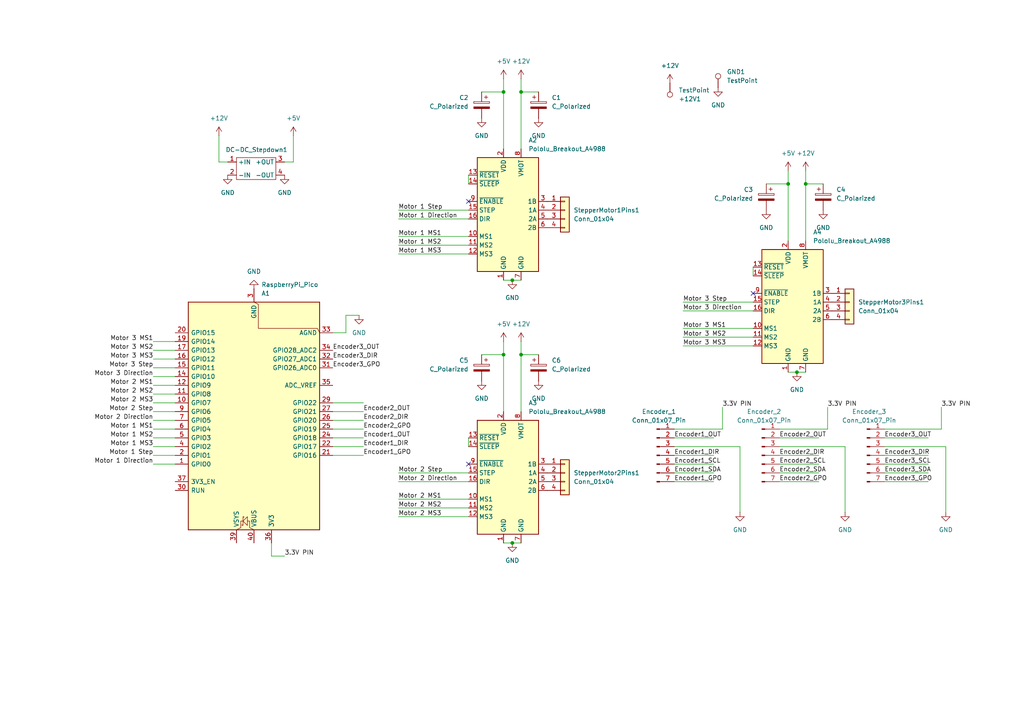
<source format=kicad_sch>
(kicad_sch
	(version 20250114)
	(generator "eeschema")
	(generator_version "9.0")
	(uuid "7749363c-a1a3-497f-bab1-6153c577ea21")
	(paper "A4")
	(lib_symbols
		(symbol "Connector:Conn_01x07_Pin"
			(pin_names
				(offset 1.016)
				(hide yes)
			)
			(exclude_from_sim no)
			(in_bom yes)
			(on_board yes)
			(property "Reference" "J"
				(at 0 10.16 0)
				(effects
					(font
						(size 1.27 1.27)
					)
				)
			)
			(property "Value" "Conn_01x07_Pin"
				(at 0 -10.16 0)
				(effects
					(font
						(size 1.27 1.27)
					)
				)
			)
			(property "Footprint" ""
				(at 0 0 0)
				(effects
					(font
						(size 1.27 1.27)
					)
					(hide yes)
				)
			)
			(property "Datasheet" "~"
				(at 0 0 0)
				(effects
					(font
						(size 1.27 1.27)
					)
					(hide yes)
				)
			)
			(property "Description" "Generic connector, single row, 01x07, script generated"
				(at 0 0 0)
				(effects
					(font
						(size 1.27 1.27)
					)
					(hide yes)
				)
			)
			(property "ki_locked" ""
				(at 0 0 0)
				(effects
					(font
						(size 1.27 1.27)
					)
				)
			)
			(property "ki_keywords" "connector"
				(at 0 0 0)
				(effects
					(font
						(size 1.27 1.27)
					)
					(hide yes)
				)
			)
			(property "ki_fp_filters" "Connector*:*_1x??_*"
				(at 0 0 0)
				(effects
					(font
						(size 1.27 1.27)
					)
					(hide yes)
				)
			)
			(symbol "Conn_01x07_Pin_1_1"
				(rectangle
					(start 0.8636 7.747)
					(end 0 7.493)
					(stroke
						(width 0.1524)
						(type default)
					)
					(fill
						(type outline)
					)
				)
				(rectangle
					(start 0.8636 5.207)
					(end 0 4.953)
					(stroke
						(width 0.1524)
						(type default)
					)
					(fill
						(type outline)
					)
				)
				(rectangle
					(start 0.8636 2.667)
					(end 0 2.413)
					(stroke
						(width 0.1524)
						(type default)
					)
					(fill
						(type outline)
					)
				)
				(rectangle
					(start 0.8636 0.127)
					(end 0 -0.127)
					(stroke
						(width 0.1524)
						(type default)
					)
					(fill
						(type outline)
					)
				)
				(rectangle
					(start 0.8636 -2.413)
					(end 0 -2.667)
					(stroke
						(width 0.1524)
						(type default)
					)
					(fill
						(type outline)
					)
				)
				(rectangle
					(start 0.8636 -4.953)
					(end 0 -5.207)
					(stroke
						(width 0.1524)
						(type default)
					)
					(fill
						(type outline)
					)
				)
				(rectangle
					(start 0.8636 -7.493)
					(end 0 -7.747)
					(stroke
						(width 0.1524)
						(type default)
					)
					(fill
						(type outline)
					)
				)
				(polyline
					(pts
						(xy 1.27 7.62) (xy 0.8636 7.62)
					)
					(stroke
						(width 0.1524)
						(type default)
					)
					(fill
						(type none)
					)
				)
				(polyline
					(pts
						(xy 1.27 5.08) (xy 0.8636 5.08)
					)
					(stroke
						(width 0.1524)
						(type default)
					)
					(fill
						(type none)
					)
				)
				(polyline
					(pts
						(xy 1.27 2.54) (xy 0.8636 2.54)
					)
					(stroke
						(width 0.1524)
						(type default)
					)
					(fill
						(type none)
					)
				)
				(polyline
					(pts
						(xy 1.27 0) (xy 0.8636 0)
					)
					(stroke
						(width 0.1524)
						(type default)
					)
					(fill
						(type none)
					)
				)
				(polyline
					(pts
						(xy 1.27 -2.54) (xy 0.8636 -2.54)
					)
					(stroke
						(width 0.1524)
						(type default)
					)
					(fill
						(type none)
					)
				)
				(polyline
					(pts
						(xy 1.27 -5.08) (xy 0.8636 -5.08)
					)
					(stroke
						(width 0.1524)
						(type default)
					)
					(fill
						(type none)
					)
				)
				(polyline
					(pts
						(xy 1.27 -7.62) (xy 0.8636 -7.62)
					)
					(stroke
						(width 0.1524)
						(type default)
					)
					(fill
						(type none)
					)
				)
				(pin passive line
					(at 5.08 7.62 180)
					(length 3.81)
					(name "Pin_1"
						(effects
							(font
								(size 1.27 1.27)
							)
						)
					)
					(number "1"
						(effects
							(font
								(size 1.27 1.27)
							)
						)
					)
				)
				(pin passive line
					(at 5.08 5.08 180)
					(length 3.81)
					(name "Pin_2"
						(effects
							(font
								(size 1.27 1.27)
							)
						)
					)
					(number "2"
						(effects
							(font
								(size 1.27 1.27)
							)
						)
					)
				)
				(pin passive line
					(at 5.08 2.54 180)
					(length 3.81)
					(name "Pin_3"
						(effects
							(font
								(size 1.27 1.27)
							)
						)
					)
					(number "3"
						(effects
							(font
								(size 1.27 1.27)
							)
						)
					)
				)
				(pin passive line
					(at 5.08 0 180)
					(length 3.81)
					(name "Pin_4"
						(effects
							(font
								(size 1.27 1.27)
							)
						)
					)
					(number "4"
						(effects
							(font
								(size 1.27 1.27)
							)
						)
					)
				)
				(pin passive line
					(at 5.08 -2.54 180)
					(length 3.81)
					(name "Pin_5"
						(effects
							(font
								(size 1.27 1.27)
							)
						)
					)
					(number "5"
						(effects
							(font
								(size 1.27 1.27)
							)
						)
					)
				)
				(pin passive line
					(at 5.08 -5.08 180)
					(length 3.81)
					(name "Pin_6"
						(effects
							(font
								(size 1.27 1.27)
							)
						)
					)
					(number "6"
						(effects
							(font
								(size 1.27 1.27)
							)
						)
					)
				)
				(pin passive line
					(at 5.08 -7.62 180)
					(length 3.81)
					(name "Pin_7"
						(effects
							(font
								(size 1.27 1.27)
							)
						)
					)
					(number "7"
						(effects
							(font
								(size 1.27 1.27)
							)
						)
					)
				)
			)
			(embedded_fonts no)
		)
		(symbol "Connector:TestPoint"
			(pin_numbers
				(hide yes)
			)
			(pin_names
				(offset 0.762)
				(hide yes)
			)
			(exclude_from_sim no)
			(in_bom yes)
			(on_board yes)
			(property "Reference" "TP"
				(at 0 6.858 0)
				(effects
					(font
						(size 1.27 1.27)
					)
				)
			)
			(property "Value" "TestPoint"
				(at 0 5.08 0)
				(effects
					(font
						(size 1.27 1.27)
					)
				)
			)
			(property "Footprint" ""
				(at 5.08 0 0)
				(effects
					(font
						(size 1.27 1.27)
					)
					(hide yes)
				)
			)
			(property "Datasheet" "~"
				(at 5.08 0 0)
				(effects
					(font
						(size 1.27 1.27)
					)
					(hide yes)
				)
			)
			(property "Description" "test point"
				(at 0 0 0)
				(effects
					(font
						(size 1.27 1.27)
					)
					(hide yes)
				)
			)
			(property "ki_keywords" "test point tp"
				(at 0 0 0)
				(effects
					(font
						(size 1.27 1.27)
					)
					(hide yes)
				)
			)
			(property "ki_fp_filters" "Pin* Test*"
				(at 0 0 0)
				(effects
					(font
						(size 1.27 1.27)
					)
					(hide yes)
				)
			)
			(symbol "TestPoint_0_1"
				(circle
					(center 0 3.302)
					(radius 0.762)
					(stroke
						(width 0)
						(type default)
					)
					(fill
						(type none)
					)
				)
			)
			(symbol "TestPoint_1_1"
				(pin passive line
					(at 0 0 90)
					(length 2.54)
					(name "1"
						(effects
							(font
								(size 1.27 1.27)
							)
						)
					)
					(number "1"
						(effects
							(font
								(size 1.27 1.27)
							)
						)
					)
				)
			)
			(embedded_fonts no)
		)
		(symbol "Connector_Generic:Conn_01x04"
			(pin_names
				(offset 1.016)
				(hide yes)
			)
			(exclude_from_sim no)
			(in_bom yes)
			(on_board yes)
			(property "Reference" "J"
				(at 0 5.08 0)
				(effects
					(font
						(size 1.27 1.27)
					)
				)
			)
			(property "Value" "Conn_01x04"
				(at 0 -7.62 0)
				(effects
					(font
						(size 1.27 1.27)
					)
				)
			)
			(property "Footprint" ""
				(at 0 0 0)
				(effects
					(font
						(size 1.27 1.27)
					)
					(hide yes)
				)
			)
			(property "Datasheet" "~"
				(at 0 0 0)
				(effects
					(font
						(size 1.27 1.27)
					)
					(hide yes)
				)
			)
			(property "Description" "Generic connector, single row, 01x04, script generated (kicad-library-utils/schlib/autogen/connector/)"
				(at 0 0 0)
				(effects
					(font
						(size 1.27 1.27)
					)
					(hide yes)
				)
			)
			(property "ki_keywords" "connector"
				(at 0 0 0)
				(effects
					(font
						(size 1.27 1.27)
					)
					(hide yes)
				)
			)
			(property "ki_fp_filters" "Connector*:*_1x??_*"
				(at 0 0 0)
				(effects
					(font
						(size 1.27 1.27)
					)
					(hide yes)
				)
			)
			(symbol "Conn_01x04_1_1"
				(rectangle
					(start -1.27 3.81)
					(end 1.27 -6.35)
					(stroke
						(width 0.254)
						(type default)
					)
					(fill
						(type background)
					)
				)
				(rectangle
					(start -1.27 2.667)
					(end 0 2.413)
					(stroke
						(width 0.1524)
						(type default)
					)
					(fill
						(type none)
					)
				)
				(rectangle
					(start -1.27 0.127)
					(end 0 -0.127)
					(stroke
						(width 0.1524)
						(type default)
					)
					(fill
						(type none)
					)
				)
				(rectangle
					(start -1.27 -2.413)
					(end 0 -2.667)
					(stroke
						(width 0.1524)
						(type default)
					)
					(fill
						(type none)
					)
				)
				(rectangle
					(start -1.27 -4.953)
					(end 0 -5.207)
					(stroke
						(width 0.1524)
						(type default)
					)
					(fill
						(type none)
					)
				)
				(pin passive line
					(at -5.08 2.54 0)
					(length 3.81)
					(name "Pin_1"
						(effects
							(font
								(size 1.27 1.27)
							)
						)
					)
					(number "1"
						(effects
							(font
								(size 1.27 1.27)
							)
						)
					)
				)
				(pin passive line
					(at -5.08 0 0)
					(length 3.81)
					(name "Pin_2"
						(effects
							(font
								(size 1.27 1.27)
							)
						)
					)
					(number "2"
						(effects
							(font
								(size 1.27 1.27)
							)
						)
					)
				)
				(pin passive line
					(at -5.08 -2.54 0)
					(length 3.81)
					(name "Pin_3"
						(effects
							(font
								(size 1.27 1.27)
							)
						)
					)
					(number "3"
						(effects
							(font
								(size 1.27 1.27)
							)
						)
					)
				)
				(pin passive line
					(at -5.08 -5.08 0)
					(length 3.81)
					(name "Pin_4"
						(effects
							(font
								(size 1.27 1.27)
							)
						)
					)
					(number "4"
						(effects
							(font
								(size 1.27 1.27)
							)
						)
					)
				)
			)
			(embedded_fonts no)
		)
		(symbol "CustomComponents:Mini360_DC-DC_Stepdown"
			(exclude_from_sim no)
			(in_bom yes)
			(on_board yes)
			(property "Reference" "DC-DC_Stepdown"
				(at 0 6.35 0)
				(effects
					(font
						(size 1.27 1.27)
					)
				)
			)
			(property "Value" ""
				(at 0 0 0)
				(effects
					(font
						(size 1.27 1.27)
					)
				)
			)
			(property "Footprint" "Mini360_DC-DC_Stepdown"
				(at 0.254 -4.318 0)
				(effects
					(font
						(size 1.27 1.27)
					)
					(hide yes)
				)
			)
			(property "Datasheet" ""
				(at 0 0 0)
				(effects
					(font
						(size 1.27 1.27)
					)
					(hide yes)
				)
			)
			(property "Description" ""
				(at 0 0 0)
				(effects
					(font
						(size 1.27 1.27)
					)
					(hide yes)
				)
			)
			(symbol "Mini360_DC-DC_Stepdown_0_1"
				(rectangle
					(start -5.08 3.81)
					(end 6.35 -2.54)
					(stroke
						(width 0)
						(type default)
					)
					(fill
						(type none)
					)
				)
			)
			(symbol "Mini360_DC-DC_Stepdown_1_1"
				(pin input line
					(at -7.62 2.54 0)
					(length 2.54)
					(name "+IN"
						(effects
							(font
								(size 1.27 1.27)
							)
						)
					)
					(number "1"
						(effects
							(font
								(size 1.27 1.27)
							)
						)
					)
				)
				(pin input line
					(at -7.62 -1.27 0)
					(length 2.54)
					(name "-IN"
						(effects
							(font
								(size 1.27 1.27)
							)
						)
					)
					(number "2"
						(effects
							(font
								(size 1.27 1.27)
							)
						)
					)
				)
				(pin output line
					(at 8.89 2.54 180)
					(length 2.54)
					(name "+OUT"
						(effects
							(font
								(size 1.27 1.27)
							)
						)
					)
					(number "3"
						(effects
							(font
								(size 1.27 1.27)
							)
						)
					)
				)
				(pin output line
					(at 8.89 -1.27 180)
					(length 2.54)
					(name "-OUT"
						(effects
							(font
								(size 1.27 1.27)
							)
						)
					)
					(number "4"
						(effects
							(font
								(size 1.27 1.27)
							)
						)
					)
				)
			)
			(embedded_fonts no)
		)
		(symbol "Device:C_Polarized"
			(pin_numbers
				(hide yes)
			)
			(pin_names
				(offset 0.254)
			)
			(exclude_from_sim no)
			(in_bom yes)
			(on_board yes)
			(property "Reference" "C"
				(at 0.635 2.54 0)
				(effects
					(font
						(size 1.27 1.27)
					)
					(justify left)
				)
			)
			(property "Value" "C_Polarized"
				(at 0.635 -2.54 0)
				(effects
					(font
						(size 1.27 1.27)
					)
					(justify left)
				)
			)
			(property "Footprint" ""
				(at 0.9652 -3.81 0)
				(effects
					(font
						(size 1.27 1.27)
					)
					(hide yes)
				)
			)
			(property "Datasheet" "~"
				(at 0 0 0)
				(effects
					(font
						(size 1.27 1.27)
					)
					(hide yes)
				)
			)
			(property "Description" "Polarized capacitor"
				(at 0 0 0)
				(effects
					(font
						(size 1.27 1.27)
					)
					(hide yes)
				)
			)
			(property "ki_keywords" "cap capacitor"
				(at 0 0 0)
				(effects
					(font
						(size 1.27 1.27)
					)
					(hide yes)
				)
			)
			(property "ki_fp_filters" "CP_*"
				(at 0 0 0)
				(effects
					(font
						(size 1.27 1.27)
					)
					(hide yes)
				)
			)
			(symbol "C_Polarized_0_1"
				(rectangle
					(start -2.286 0.508)
					(end 2.286 1.016)
					(stroke
						(width 0)
						(type default)
					)
					(fill
						(type none)
					)
				)
				(polyline
					(pts
						(xy -1.778 2.286) (xy -0.762 2.286)
					)
					(stroke
						(width 0)
						(type default)
					)
					(fill
						(type none)
					)
				)
				(polyline
					(pts
						(xy -1.27 2.794) (xy -1.27 1.778)
					)
					(stroke
						(width 0)
						(type default)
					)
					(fill
						(type none)
					)
				)
				(rectangle
					(start 2.286 -0.508)
					(end -2.286 -1.016)
					(stroke
						(width 0)
						(type default)
					)
					(fill
						(type outline)
					)
				)
			)
			(symbol "C_Polarized_1_1"
				(pin passive line
					(at 0 3.81 270)
					(length 2.794)
					(name "~"
						(effects
							(font
								(size 1.27 1.27)
							)
						)
					)
					(number "1"
						(effects
							(font
								(size 1.27 1.27)
							)
						)
					)
				)
				(pin passive line
					(at 0 -3.81 90)
					(length 2.794)
					(name "~"
						(effects
							(font
								(size 1.27 1.27)
							)
						)
					)
					(number "2"
						(effects
							(font
								(size 1.27 1.27)
							)
						)
					)
				)
			)
			(embedded_fonts no)
		)
		(symbol "Driver_Motor:Pololu_Breakout_A4988"
			(exclude_from_sim no)
			(in_bom yes)
			(on_board yes)
			(property "Reference" "A"
				(at -2.54 19.05 0)
				(effects
					(font
						(size 1.27 1.27)
					)
					(justify right)
				)
			)
			(property "Value" "Pololu_Breakout_A4988"
				(at -2.54 16.51 0)
				(effects
					(font
						(size 1.27 1.27)
					)
					(justify right)
				)
			)
			(property "Footprint" "Module:Pololu_Breakout-16_15.2x20.3mm"
				(at 6.985 -19.05 0)
				(effects
					(font
						(size 1.27 1.27)
					)
					(justify left)
					(hide yes)
				)
			)
			(property "Datasheet" "https://www.pololu.com/product/2980/pictures"
				(at 2.54 -7.62 0)
				(effects
					(font
						(size 1.27 1.27)
					)
					(hide yes)
				)
			)
			(property "Description" "Pololu Breakout Board, Stepper Driver A4988"
				(at 0 0 0)
				(effects
					(font
						(size 1.27 1.27)
					)
					(hide yes)
				)
			)
			(property "ki_keywords" "Pololu Breakout Board Stepper Driver A4988"
				(at 0 0 0)
				(effects
					(font
						(size 1.27 1.27)
					)
					(hide yes)
				)
			)
			(property "ki_fp_filters" "Pololu*Breakout*15.2x20.3mm*"
				(at 0 0 0)
				(effects
					(font
						(size 1.27 1.27)
					)
					(hide yes)
				)
			)
			(symbol "Pololu_Breakout_A4988_0_1"
				(rectangle
					(start 10.16 -17.78)
					(end -7.62 15.24)
					(stroke
						(width 0.254)
						(type default)
					)
					(fill
						(type background)
					)
				)
			)
			(symbol "Pololu_Breakout_A4988_1_1"
				(pin input line
					(at -10.16 10.16 0)
					(length 2.54)
					(name "~{RESET}"
						(effects
							(font
								(size 1.27 1.27)
							)
						)
					)
					(number "13"
						(effects
							(font
								(size 1.27 1.27)
							)
						)
					)
				)
				(pin input line
					(at -10.16 7.62 0)
					(length 2.54)
					(name "~{SLEEP}"
						(effects
							(font
								(size 1.27 1.27)
							)
						)
					)
					(number "14"
						(effects
							(font
								(size 1.27 1.27)
							)
						)
					)
				)
				(pin input line
					(at -10.16 2.54 0)
					(length 2.54)
					(name "~{ENABLE}"
						(effects
							(font
								(size 1.27 1.27)
							)
						)
					)
					(number "9"
						(effects
							(font
								(size 1.27 1.27)
							)
						)
					)
				)
				(pin input line
					(at -10.16 0 0)
					(length 2.54)
					(name "STEP"
						(effects
							(font
								(size 1.27 1.27)
							)
						)
					)
					(number "15"
						(effects
							(font
								(size 1.27 1.27)
							)
						)
					)
				)
				(pin input line
					(at -10.16 -2.54 0)
					(length 2.54)
					(name "DIR"
						(effects
							(font
								(size 1.27 1.27)
							)
						)
					)
					(number "16"
						(effects
							(font
								(size 1.27 1.27)
							)
						)
					)
				)
				(pin input line
					(at -10.16 -7.62 0)
					(length 2.54)
					(name "MS1"
						(effects
							(font
								(size 1.27 1.27)
							)
						)
					)
					(number "10"
						(effects
							(font
								(size 1.27 1.27)
							)
						)
					)
				)
				(pin input line
					(at -10.16 -10.16 0)
					(length 2.54)
					(name "MS2"
						(effects
							(font
								(size 1.27 1.27)
							)
						)
					)
					(number "11"
						(effects
							(font
								(size 1.27 1.27)
							)
						)
					)
				)
				(pin input line
					(at -10.16 -12.7 0)
					(length 2.54)
					(name "MS3"
						(effects
							(font
								(size 1.27 1.27)
							)
						)
					)
					(number "12"
						(effects
							(font
								(size 1.27 1.27)
							)
						)
					)
				)
				(pin power_in line
					(at 0 17.78 270)
					(length 2.54)
					(name "VDD"
						(effects
							(font
								(size 1.27 1.27)
							)
						)
					)
					(number "2"
						(effects
							(font
								(size 1.27 1.27)
							)
						)
					)
				)
				(pin power_in line
					(at 0 -20.32 90)
					(length 2.54)
					(name "GND"
						(effects
							(font
								(size 1.27 1.27)
							)
						)
					)
					(number "1"
						(effects
							(font
								(size 1.27 1.27)
							)
						)
					)
				)
				(pin power_in line
					(at 5.08 17.78 270)
					(length 2.54)
					(name "VMOT"
						(effects
							(font
								(size 1.27 1.27)
							)
						)
					)
					(number "8"
						(effects
							(font
								(size 1.27 1.27)
							)
						)
					)
				)
				(pin power_in line
					(at 5.08 -20.32 90)
					(length 2.54)
					(name "GND"
						(effects
							(font
								(size 1.27 1.27)
							)
						)
					)
					(number "7"
						(effects
							(font
								(size 1.27 1.27)
							)
						)
					)
				)
				(pin output line
					(at 12.7 2.54 180)
					(length 2.54)
					(name "1B"
						(effects
							(font
								(size 1.27 1.27)
							)
						)
					)
					(number "3"
						(effects
							(font
								(size 1.27 1.27)
							)
						)
					)
				)
				(pin output line
					(at 12.7 0 180)
					(length 2.54)
					(name "1A"
						(effects
							(font
								(size 1.27 1.27)
							)
						)
					)
					(number "4"
						(effects
							(font
								(size 1.27 1.27)
							)
						)
					)
				)
				(pin output line
					(at 12.7 -2.54 180)
					(length 2.54)
					(name "2A"
						(effects
							(font
								(size 1.27 1.27)
							)
						)
					)
					(number "5"
						(effects
							(font
								(size 1.27 1.27)
							)
						)
					)
				)
				(pin output line
					(at 12.7 -5.08 180)
					(length 2.54)
					(name "2B"
						(effects
							(font
								(size 1.27 1.27)
							)
						)
					)
					(number "6"
						(effects
							(font
								(size 1.27 1.27)
							)
						)
					)
				)
			)
			(embedded_fonts no)
		)
		(symbol "MCU_Module:RaspberryPi_Pico"
			(pin_names
				(offset 0.762)
			)
			(exclude_from_sim no)
			(in_bom yes)
			(on_board yes)
			(property "Reference" "A"
				(at -19.05 35.56 0)
				(effects
					(font
						(size 1.27 1.27)
					)
					(justify left)
				)
			)
			(property "Value" "RaspberryPi_Pico"
				(at 7.62 35.56 0)
				(effects
					(font
						(size 1.27 1.27)
					)
					(justify left)
				)
			)
			(property "Footprint" "Module:RaspberryPi_Pico_Common_Unspecified"
				(at 0 -46.99 0)
				(effects
					(font
						(size 1.27 1.27)
					)
					(hide yes)
				)
			)
			(property "Datasheet" "https://datasheets.raspberrypi.com/pico/pico-datasheet.pdf"
				(at 0 -49.53 0)
				(effects
					(font
						(size 1.27 1.27)
					)
					(hide yes)
				)
			)
			(property "Description" "Versatile and inexpensive microcontroller module powered by RP2040 dual-core Arm Cortex-M0+ processor up to 133 MHz, 264kB SRAM, 2MB QSPI flash; also supports Raspberry Pi Pico 2"
				(at 0 -52.07 0)
				(effects
					(font
						(size 1.27 1.27)
					)
					(hide yes)
				)
			)
			(property "ki_keywords" "RP2350A M33 RISC-V Hazard3 usb"
				(at 0 0 0)
				(effects
					(font
						(size 1.27 1.27)
					)
					(hide yes)
				)
			)
			(property "ki_fp_filters" "RaspberryPi?Pico?Common* RaspberryPi?Pico?SMD*"
				(at 0 0 0)
				(effects
					(font
						(size 1.27 1.27)
					)
					(hide yes)
				)
			)
			(symbol "RaspberryPi_Pico_0_1"
				(rectangle
					(start -19.05 34.29)
					(end 19.05 -31.75)
					(stroke
						(width 0.254)
						(type default)
					)
					(fill
						(type background)
					)
				)
				(polyline
					(pts
						(xy -5.08 34.29) (xy -3.81 33.655) (xy -3.81 31.75) (xy -3.175 31.75)
					)
					(stroke
						(width 0)
						(type default)
					)
					(fill
						(type none)
					)
				)
				(polyline
					(pts
						(xy -3.429 32.766) (xy -3.429 33.02) (xy -3.175 33.02) (xy -3.175 30.48) (xy -2.921 30.48) (xy -2.921 30.734)
					)
					(stroke
						(width 0)
						(type default)
					)
					(fill
						(type none)
					)
				)
				(polyline
					(pts
						(xy -3.175 31.75) (xy -1.905 33.02) (xy -1.905 30.48) (xy -3.175 31.75)
					)
					(stroke
						(width 0)
						(type default)
					)
					(fill
						(type none)
					)
				)
				(polyline
					(pts
						(xy 0 34.29) (xy -1.27 33.655) (xy -1.27 31.75) (xy -1.905 31.75)
					)
					(stroke
						(width 0)
						(type default)
					)
					(fill
						(type none)
					)
				)
				(polyline
					(pts
						(xy 0 -31.75) (xy 1.27 -31.115) (xy 1.27 -24.13) (xy 18.415 -24.13) (xy 19.05 -22.86)
					)
					(stroke
						(width 0)
						(type default)
					)
					(fill
						(type none)
					)
				)
			)
			(symbol "RaspberryPi_Pico_1_1"
				(pin passive line
					(at -22.86 22.86 0)
					(length 3.81)
					(name "RUN"
						(effects
							(font
								(size 1.27 1.27)
							)
						)
					)
					(number "30"
						(effects
							(font
								(size 1.27 1.27)
							)
						)
					)
					(alternate "~{RESET}" passive line)
				)
				(pin passive line
					(at -22.86 20.32 0)
					(length 3.81)
					(name "3V3_EN"
						(effects
							(font
								(size 1.27 1.27)
							)
						)
					)
					(number "37"
						(effects
							(font
								(size 1.27 1.27)
							)
						)
					)
					(alternate "~{3V3_DISABLE}" passive line)
				)
				(pin bidirectional line
					(at -22.86 15.24 0)
					(length 3.81)
					(name "GPIO0"
						(effects
							(font
								(size 1.27 1.27)
							)
						)
					)
					(number "1"
						(effects
							(font
								(size 1.27 1.27)
							)
						)
					)
					(alternate "I2C0_SDA" bidirectional line)
					(alternate "PWM0_A" output line)
					(alternate "SPI0_RX" input line)
					(alternate "UART0_TX" output line)
					(alternate "USB_OVCUR_DET" input line)
				)
				(pin bidirectional line
					(at -22.86 12.7 0)
					(length 3.81)
					(name "GPIO1"
						(effects
							(font
								(size 1.27 1.27)
							)
						)
					)
					(number "2"
						(effects
							(font
								(size 1.27 1.27)
							)
						)
					)
					(alternate "I2C0_SCL" bidirectional clock)
					(alternate "PWM0_B" bidirectional line)
					(alternate "UART0_RX" input line)
					(alternate "USB_VBUS_DET" passive line)
					(alternate "~{SPI0_CSn}" bidirectional line)
				)
				(pin bidirectional line
					(at -22.86 10.16 0)
					(length 3.81)
					(name "GPIO2"
						(effects
							(font
								(size 1.27 1.27)
							)
						)
					)
					(number "4"
						(effects
							(font
								(size 1.27 1.27)
							)
						)
					)
					(alternate "I2C1_SDA" bidirectional line)
					(alternate "PWM1_A" output line)
					(alternate "SPI0_SCK" bidirectional clock)
					(alternate "UART0_CTS" input line)
					(alternate "USB_VBUS_EN" output line)
				)
				(pin bidirectional line
					(at -22.86 7.62 0)
					(length 3.81)
					(name "GPIO3"
						(effects
							(font
								(size 1.27 1.27)
							)
						)
					)
					(number "5"
						(effects
							(font
								(size 1.27 1.27)
							)
						)
					)
					(alternate "I2C1_SCL" bidirectional clock)
					(alternate "PWM1_B" bidirectional line)
					(alternate "SPI0_TX" output line)
					(alternate "UART0_RTS" output line)
					(alternate "USB_OVCUR_DET" input line)
				)
				(pin bidirectional line
					(at -22.86 5.08 0)
					(length 3.81)
					(name "GPIO4"
						(effects
							(font
								(size 1.27 1.27)
							)
						)
					)
					(number "6"
						(effects
							(font
								(size 1.27 1.27)
							)
						)
					)
					(alternate "I2C0_SDA" bidirectional line)
					(alternate "PWM2_A" output line)
					(alternate "SPI0_RX" input line)
					(alternate "UART1_TX" output line)
					(alternate "USB_VBUS_DET" input line)
				)
				(pin bidirectional line
					(at -22.86 2.54 0)
					(length 3.81)
					(name "GPIO5"
						(effects
							(font
								(size 1.27 1.27)
							)
						)
					)
					(number "7"
						(effects
							(font
								(size 1.27 1.27)
							)
						)
					)
					(alternate "I2C0_SCL" bidirectional clock)
					(alternate "PWM2_B" bidirectional line)
					(alternate "UART1_RX" input line)
					(alternate "USB_VBUS_EN" output line)
					(alternate "~{SPI0_CSn}" bidirectional line)
				)
				(pin bidirectional line
					(at -22.86 0 0)
					(length 3.81)
					(name "GPIO6"
						(effects
							(font
								(size 1.27 1.27)
							)
						)
					)
					(number "9"
						(effects
							(font
								(size 1.27 1.27)
							)
						)
					)
					(alternate "I2C1_SDA" bidirectional line)
					(alternate "PWM3_A" output line)
					(alternate "SPI0_SCK" bidirectional clock)
					(alternate "UART1_CTS" input line)
					(alternate "USB_OVCUR_DET" input line)
				)
				(pin bidirectional line
					(at -22.86 -2.54 0)
					(length 3.81)
					(name "GPIO7"
						(effects
							(font
								(size 1.27 1.27)
							)
						)
					)
					(number "10"
						(effects
							(font
								(size 1.27 1.27)
							)
						)
					)
					(alternate "I2C1_SCL" bidirectional clock)
					(alternate "PWM3_B" bidirectional line)
					(alternate "SPI0_TX" output line)
					(alternate "UART1_RTS" output line)
					(alternate "USB_VBUS_DET" input line)
				)
				(pin bidirectional line
					(at -22.86 -5.08 0)
					(length 3.81)
					(name "GPIO8"
						(effects
							(font
								(size 1.27 1.27)
							)
						)
					)
					(number "11"
						(effects
							(font
								(size 1.27 1.27)
							)
						)
					)
					(alternate "I2C0_SDA" bidirectional line)
					(alternate "PWM4_A" output line)
					(alternate "SPI1_RX" input line)
					(alternate "UART1_TX" output line)
					(alternate "USB_VBUS_EN" output line)
				)
				(pin bidirectional line
					(at -22.86 -7.62 0)
					(length 3.81)
					(name "GPIO9"
						(effects
							(font
								(size 1.27 1.27)
							)
						)
					)
					(number "12"
						(effects
							(font
								(size 1.27 1.27)
							)
						)
					)
					(alternate "I2C0_SCL" bidirectional clock)
					(alternate "PWM4_B" bidirectional line)
					(alternate "UART1_RX" input line)
					(alternate "USB_OVCUR_DET" input line)
					(alternate "~{SPI1_CSn}" bidirectional line)
				)
				(pin bidirectional line
					(at -22.86 -10.16 0)
					(length 3.81)
					(name "GPIO10"
						(effects
							(font
								(size 1.27 1.27)
							)
						)
					)
					(number "14"
						(effects
							(font
								(size 1.27 1.27)
							)
						)
					)
					(alternate "I2C1_SDA" bidirectional line)
					(alternate "PWM5_A" output line)
					(alternate "SPI1_SCK" bidirectional clock)
					(alternate "UART1_CTS" input line)
					(alternate "USB_VBUS_DET" input line)
				)
				(pin bidirectional line
					(at -22.86 -12.7 0)
					(length 3.81)
					(name "GPIO11"
						(effects
							(font
								(size 1.27 1.27)
							)
						)
					)
					(number "15"
						(effects
							(font
								(size 1.27 1.27)
							)
						)
					)
					(alternate "I2C1_SCL" bidirectional clock)
					(alternate "PWM5_B" bidirectional line)
					(alternate "SPI1_TX" output line)
					(alternate "UART1_RTS" output line)
					(alternate "USB_VBUS_EN" output line)
				)
				(pin bidirectional line
					(at -22.86 -15.24 0)
					(length 3.81)
					(name "GPIO12"
						(effects
							(font
								(size 1.27 1.27)
							)
						)
					)
					(number "16"
						(effects
							(font
								(size 1.27 1.27)
							)
						)
					)
					(alternate "I2C0_SDA" bidirectional line)
					(alternate "PWM6_A" output line)
					(alternate "SPI1_RX" input line)
					(alternate "UART0_TX" output line)
					(alternate "USB_OVCUR_DET" input line)
				)
				(pin bidirectional line
					(at -22.86 -17.78 0)
					(length 3.81)
					(name "GPIO13"
						(effects
							(font
								(size 1.27 1.27)
							)
						)
					)
					(number "17"
						(effects
							(font
								(size 1.27 1.27)
							)
						)
					)
					(alternate "I2C0_SCL" bidirectional clock)
					(alternate "PWM6_B" bidirectional line)
					(alternate "UART0_RX" input line)
					(alternate "USB_VBUS_DET" input line)
					(alternate "~{SPI1_CSn}" bidirectional line)
				)
				(pin bidirectional line
					(at -22.86 -20.32 0)
					(length 3.81)
					(name "GPIO14"
						(effects
							(font
								(size 1.27 1.27)
							)
						)
					)
					(number "19"
						(effects
							(font
								(size 1.27 1.27)
							)
						)
					)
					(alternate "I2C1_SDA" bidirectional line)
					(alternate "PWM7_A" output line)
					(alternate "SPI1_SCK" bidirectional clock)
					(alternate "UART0_CTS" input line)
					(alternate "USB_VBUS_EN" output line)
				)
				(pin bidirectional line
					(at -22.86 -22.86 0)
					(length 3.81)
					(name "GPIO15"
						(effects
							(font
								(size 1.27 1.27)
							)
						)
					)
					(number "20"
						(effects
							(font
								(size 1.27 1.27)
							)
						)
					)
					(alternate "I2C1_SCL" bidirectional clock)
					(alternate "PWM7_B" bidirectional line)
					(alternate "SPI1_TX" output line)
					(alternate "UART0_RTS" output line)
					(alternate "USB_OVCUR_DET" input line)
				)
				(pin power_in line
					(at -5.08 38.1 270)
					(length 3.81)
					(name "VSYS"
						(effects
							(font
								(size 1.27 1.27)
							)
						)
					)
					(number "39"
						(effects
							(font
								(size 1.27 1.27)
							)
						)
					)
					(alternate "VSYS_OUT" power_out line)
				)
				(pin power_out line
					(at 0 38.1 270)
					(length 3.81)
					(name "VBUS"
						(effects
							(font
								(size 1.27 1.27)
							)
						)
					)
					(number "40"
						(effects
							(font
								(size 1.27 1.27)
							)
						)
					)
					(alternate "VBUS_IN" power_in line)
				)
				(pin passive line
					(at 0 -35.56 90)
					(length 3.81)
					(hide yes)
					(name "GND"
						(effects
							(font
								(size 1.27 1.27)
							)
						)
					)
					(number "13"
						(effects
							(font
								(size 1.27 1.27)
							)
						)
					)
				)
				(pin passive line
					(at 0 -35.56 90)
					(length 3.81)
					(hide yes)
					(name "GND"
						(effects
							(font
								(size 1.27 1.27)
							)
						)
					)
					(number "18"
						(effects
							(font
								(size 1.27 1.27)
							)
						)
					)
				)
				(pin passive line
					(at 0 -35.56 90)
					(length 3.81)
					(hide yes)
					(name "GND"
						(effects
							(font
								(size 1.27 1.27)
							)
						)
					)
					(number "23"
						(effects
							(font
								(size 1.27 1.27)
							)
						)
					)
				)
				(pin passive line
					(at 0 -35.56 90)
					(length 3.81)
					(hide yes)
					(name "GND"
						(effects
							(font
								(size 1.27 1.27)
							)
						)
					)
					(number "28"
						(effects
							(font
								(size 1.27 1.27)
							)
						)
					)
				)
				(pin power_out line
					(at 0 -35.56 90)
					(length 3.81)
					(name "GND"
						(effects
							(font
								(size 1.27 1.27)
							)
						)
					)
					(number "3"
						(effects
							(font
								(size 1.27 1.27)
							)
						)
					)
					(alternate "GND_IN" power_in line)
				)
				(pin passive line
					(at 0 -35.56 90)
					(length 3.81)
					(hide yes)
					(name "GND"
						(effects
							(font
								(size 1.27 1.27)
							)
						)
					)
					(number "38"
						(effects
							(font
								(size 1.27 1.27)
							)
						)
					)
				)
				(pin passive line
					(at 0 -35.56 90)
					(length 3.81)
					(hide yes)
					(name "GND"
						(effects
							(font
								(size 1.27 1.27)
							)
						)
					)
					(number "8"
						(effects
							(font
								(size 1.27 1.27)
							)
						)
					)
				)
				(pin power_out line
					(at 5.08 38.1 270)
					(length 3.81)
					(name "3V3"
						(effects
							(font
								(size 1.27 1.27)
							)
						)
					)
					(number "36"
						(effects
							(font
								(size 1.27 1.27)
							)
						)
					)
				)
				(pin bidirectional line
					(at 22.86 12.7 180)
					(length 3.81)
					(name "GPIO16"
						(effects
							(font
								(size 1.27 1.27)
							)
						)
					)
					(number "21"
						(effects
							(font
								(size 1.27 1.27)
							)
						)
					)
					(alternate "I2C0_SDA" bidirectional line)
					(alternate "PWM0_A" output line)
					(alternate "SPI0_RX" input line)
					(alternate "UART0_TX" output line)
					(alternate "USB_VBUS_DET" input line)
				)
				(pin bidirectional line
					(at 22.86 10.16 180)
					(length 3.81)
					(name "GPIO17"
						(effects
							(font
								(size 1.27 1.27)
							)
						)
					)
					(number "22"
						(effects
							(font
								(size 1.27 1.27)
							)
						)
					)
					(alternate "I2C0_SCL" bidirectional clock)
					(alternate "PWM0_B" bidirectional line)
					(alternate "UART0_RX" input line)
					(alternate "USB_VBUS_EN" output line)
					(alternate "~{SPI0_CSn}" bidirectional line)
				)
				(pin bidirectional line
					(at 22.86 7.62 180)
					(length 3.81)
					(name "GPIO18"
						(effects
							(font
								(size 1.27 1.27)
							)
						)
					)
					(number "24"
						(effects
							(font
								(size 1.27 1.27)
							)
						)
					)
					(alternate "I2C1_SDA" bidirectional line)
					(alternate "PWM1_A" output line)
					(alternate "SPI0_SCK" bidirectional clock)
					(alternate "UART0_CTS" input line)
					(alternate "USB_OVCUR_DET" input line)
				)
				(pin bidirectional line
					(at 22.86 5.08 180)
					(length 3.81)
					(name "GPIO19"
						(effects
							(font
								(size 1.27 1.27)
							)
						)
					)
					(number "25"
						(effects
							(font
								(size 1.27 1.27)
							)
						)
					)
					(alternate "I2C1_SCL" bidirectional clock)
					(alternate "PWM1_B" bidirectional line)
					(alternate "SPI0_TX" output line)
					(alternate "UART0_RTS" output line)
					(alternate "USB_VBUS_DET" input line)
				)
				(pin bidirectional line
					(at 22.86 2.54 180)
					(length 3.81)
					(name "GPIO20"
						(effects
							(font
								(size 1.27 1.27)
							)
						)
					)
					(number "26"
						(effects
							(font
								(size 1.27 1.27)
							)
						)
					)
					(alternate "CLOCK_GPIN0" input clock)
					(alternate "I2C0_SDA" bidirectional line)
					(alternate "PWM2_A" output line)
					(alternate "SPI0_RX" input line)
					(alternate "UART1_TX" output line)
					(alternate "USB_VBUS_EN" output line)
				)
				(pin bidirectional line
					(at 22.86 0 180)
					(length 3.81)
					(name "GPIO21"
						(effects
							(font
								(size 1.27 1.27)
							)
						)
					)
					(number "27"
						(effects
							(font
								(size 1.27 1.27)
							)
						)
					)
					(alternate "CLOCK_GPOUT0" output clock)
					(alternate "I2C0_SCL" bidirectional clock)
					(alternate "PWM2_B" bidirectional line)
					(alternate "UART1_RX" input line)
					(alternate "USB_OVCUR_DET" input line)
					(alternate "~{SPI0_CSn}" bidirectional line)
				)
				(pin bidirectional line
					(at 22.86 -2.54 180)
					(length 3.81)
					(name "GPIO22"
						(effects
							(font
								(size 1.27 1.27)
							)
						)
					)
					(number "29"
						(effects
							(font
								(size 1.27 1.27)
							)
						)
					)
					(alternate "CLOCK_GPIN1" input clock)
					(alternate "I2C1_SDA" bidirectional line)
					(alternate "PWM3_A" output line)
					(alternate "SPI0_SCK" bidirectional clock)
					(alternate "UART1_CTS" input line)
					(alternate "USB_VBUS_DET" input line)
				)
				(pin power_in line
					(at 22.86 -7.62 180)
					(length 3.81)
					(name "ADC_VREF"
						(effects
							(font
								(size 1.27 1.27)
							)
						)
					)
					(number "35"
						(effects
							(font
								(size 1.27 1.27)
							)
						)
					)
				)
				(pin bidirectional line
					(at 22.86 -12.7 180)
					(length 3.81)
					(name "GPIO26_ADC0"
						(effects
							(font
								(size 1.27 1.27)
							)
						)
					)
					(number "31"
						(effects
							(font
								(size 1.27 1.27)
							)
						)
					)
					(alternate "ADC0" input line)
					(alternate "GPIO26" bidirectional line)
					(alternate "I2C1_SDA" bidirectional line)
					(alternate "PWM5_A" output line)
					(alternate "SPI1_SCK" bidirectional clock)
					(alternate "UART1_CTS" input line)
					(alternate "USB_VBUS_EN" output line)
				)
				(pin bidirectional line
					(at 22.86 -15.24 180)
					(length 3.81)
					(name "GPIO27_ADC1"
						(effects
							(font
								(size 1.27 1.27)
							)
						)
					)
					(number "32"
						(effects
							(font
								(size 1.27 1.27)
							)
						)
					)
					(alternate "ADC1" input line)
					(alternate "GPIO27" bidirectional line)
					(alternate "I2C1_SCL" bidirectional clock)
					(alternate "PWM5_B" bidirectional line)
					(alternate "SPI1_TX" output line)
					(alternate "UART1_RTS" output line)
					(alternate "USB_OVCUR_DET" input line)
				)
				(pin bidirectional line
					(at 22.86 -17.78 180)
					(length 3.81)
					(name "GPIO28_ADC2"
						(effects
							(font
								(size 1.27 1.27)
							)
						)
					)
					(number "34"
						(effects
							(font
								(size 1.27 1.27)
							)
						)
					)
					(alternate "ADC2" input line)
					(alternate "GPIO28" bidirectional line)
					(alternate "I2C0_SDA" bidirectional line)
					(alternate "PWM6_A" output line)
					(alternate "SPI1_RX" input line)
					(alternate "UART0_TX" output line)
					(alternate "USB_VBUS_DET" input line)
				)
				(pin power_out line
					(at 22.86 -22.86 180)
					(length 3.81)
					(name "AGND"
						(effects
							(font
								(size 1.27 1.27)
							)
						)
					)
					(number "33"
						(effects
							(font
								(size 1.27 1.27)
							)
						)
					)
					(alternate "GND" passive line)
				)
			)
			(embedded_fonts no)
		)
		(symbol "power:+12V"
			(power)
			(pin_numbers
				(hide yes)
			)
			(pin_names
				(offset 0)
				(hide yes)
			)
			(exclude_from_sim no)
			(in_bom yes)
			(on_board yes)
			(property "Reference" "#PWR"
				(at 0 -3.81 0)
				(effects
					(font
						(size 1.27 1.27)
					)
					(hide yes)
				)
			)
			(property "Value" "+12V"
				(at 0 3.556 0)
				(effects
					(font
						(size 1.27 1.27)
					)
				)
			)
			(property "Footprint" ""
				(at 0 0 0)
				(effects
					(font
						(size 1.27 1.27)
					)
					(hide yes)
				)
			)
			(property "Datasheet" ""
				(at 0 0 0)
				(effects
					(font
						(size 1.27 1.27)
					)
					(hide yes)
				)
			)
			(property "Description" "Power symbol creates a global label with name \"+12V\""
				(at 0 0 0)
				(effects
					(font
						(size 1.27 1.27)
					)
					(hide yes)
				)
			)
			(property "ki_keywords" "global power"
				(at 0 0 0)
				(effects
					(font
						(size 1.27 1.27)
					)
					(hide yes)
				)
			)
			(symbol "+12V_0_1"
				(polyline
					(pts
						(xy -0.762 1.27) (xy 0 2.54)
					)
					(stroke
						(width 0)
						(type default)
					)
					(fill
						(type none)
					)
				)
				(polyline
					(pts
						(xy 0 2.54) (xy 0.762 1.27)
					)
					(stroke
						(width 0)
						(type default)
					)
					(fill
						(type none)
					)
				)
				(polyline
					(pts
						(xy 0 0) (xy 0 2.54)
					)
					(stroke
						(width 0)
						(type default)
					)
					(fill
						(type none)
					)
				)
			)
			(symbol "+12V_1_1"
				(pin power_in line
					(at 0 0 90)
					(length 0)
					(name "~"
						(effects
							(font
								(size 1.27 1.27)
							)
						)
					)
					(number "1"
						(effects
							(font
								(size 1.27 1.27)
							)
						)
					)
				)
			)
			(embedded_fonts no)
		)
		(symbol "power:+5V"
			(power)
			(pin_numbers
				(hide yes)
			)
			(pin_names
				(offset 0)
				(hide yes)
			)
			(exclude_from_sim no)
			(in_bom yes)
			(on_board yes)
			(property "Reference" "#PWR"
				(at 0 -3.81 0)
				(effects
					(font
						(size 1.27 1.27)
					)
					(hide yes)
				)
			)
			(property "Value" "+5V"
				(at 0 3.556 0)
				(effects
					(font
						(size 1.27 1.27)
					)
				)
			)
			(property "Footprint" ""
				(at 0 0 0)
				(effects
					(font
						(size 1.27 1.27)
					)
					(hide yes)
				)
			)
			(property "Datasheet" ""
				(at 0 0 0)
				(effects
					(font
						(size 1.27 1.27)
					)
					(hide yes)
				)
			)
			(property "Description" "Power symbol creates a global label with name \"+5V\""
				(at 0 0 0)
				(effects
					(font
						(size 1.27 1.27)
					)
					(hide yes)
				)
			)
			(property "ki_keywords" "global power"
				(at 0 0 0)
				(effects
					(font
						(size 1.27 1.27)
					)
					(hide yes)
				)
			)
			(symbol "+5V_0_1"
				(polyline
					(pts
						(xy -0.762 1.27) (xy 0 2.54)
					)
					(stroke
						(width 0)
						(type default)
					)
					(fill
						(type none)
					)
				)
				(polyline
					(pts
						(xy 0 2.54) (xy 0.762 1.27)
					)
					(stroke
						(width 0)
						(type default)
					)
					(fill
						(type none)
					)
				)
				(polyline
					(pts
						(xy 0 0) (xy 0 2.54)
					)
					(stroke
						(width 0)
						(type default)
					)
					(fill
						(type none)
					)
				)
			)
			(symbol "+5V_1_1"
				(pin power_in line
					(at 0 0 90)
					(length 0)
					(name "~"
						(effects
							(font
								(size 1.27 1.27)
							)
						)
					)
					(number "1"
						(effects
							(font
								(size 1.27 1.27)
							)
						)
					)
				)
			)
			(embedded_fonts no)
		)
		(symbol "power:GND"
			(power)
			(pin_numbers
				(hide yes)
			)
			(pin_names
				(offset 0)
				(hide yes)
			)
			(exclude_from_sim no)
			(in_bom yes)
			(on_board yes)
			(property "Reference" "#PWR"
				(at 0 -6.35 0)
				(effects
					(font
						(size 1.27 1.27)
					)
					(hide yes)
				)
			)
			(property "Value" "GND"
				(at 0 -3.81 0)
				(effects
					(font
						(size 1.27 1.27)
					)
				)
			)
			(property "Footprint" ""
				(at 0 0 0)
				(effects
					(font
						(size 1.27 1.27)
					)
					(hide yes)
				)
			)
			(property "Datasheet" ""
				(at 0 0 0)
				(effects
					(font
						(size 1.27 1.27)
					)
					(hide yes)
				)
			)
			(property "Description" "Power symbol creates a global label with name \"GND\" , ground"
				(at 0 0 0)
				(effects
					(font
						(size 1.27 1.27)
					)
					(hide yes)
				)
			)
			(property "ki_keywords" "global power"
				(at 0 0 0)
				(effects
					(font
						(size 1.27 1.27)
					)
					(hide yes)
				)
			)
			(symbol "GND_0_1"
				(polyline
					(pts
						(xy 0 0) (xy 0 -1.27) (xy 1.27 -1.27) (xy 0 -2.54) (xy -1.27 -1.27) (xy 0 -1.27)
					)
					(stroke
						(width 0)
						(type default)
					)
					(fill
						(type none)
					)
				)
			)
			(symbol "GND_1_1"
				(pin power_in line
					(at 0 0 270)
					(length 0)
					(name "~"
						(effects
							(font
								(size 1.27 1.27)
							)
						)
					)
					(number "1"
						(effects
							(font
								(size 1.27 1.27)
							)
						)
					)
				)
			)
			(embedded_fonts no)
		)
	)
	(junction
		(at 151.13 26.67)
		(diameter 0)
		(color 0 0 0 0)
		(uuid "305407c2-f1bd-45c1-8c2a-c09d4b906f33")
	)
	(junction
		(at 148.59 81.28)
		(diameter 0)
		(color 0 0 0 0)
		(uuid "3ab645b4-818c-4294-9ee6-fe01f43430b3")
	)
	(junction
		(at 146.05 102.87)
		(diameter 0)
		(color 0 0 0 0)
		(uuid "86e0e0ff-b4a7-4b1b-ab0d-53145e233dee")
	)
	(junction
		(at 151.13 102.87)
		(diameter 0)
		(color 0 0 0 0)
		(uuid "8ee8eaef-6ba5-40a4-83aa-94a466895808")
	)
	(junction
		(at 231.14 107.95)
		(diameter 0)
		(color 0 0 0 0)
		(uuid "a4aae4b0-4ff7-4774-a276-aede8acd3b08")
	)
	(junction
		(at 233.68 53.34)
		(diameter 0)
		(color 0 0 0 0)
		(uuid "af54fe77-0d12-4d4b-8883-10f1c3de3d4b")
	)
	(junction
		(at 228.6 53.34)
		(diameter 0)
		(color 0 0 0 0)
		(uuid "c98e43d0-0ca4-4472-86f3-3a91929ef66c")
	)
	(junction
		(at 146.05 26.67)
		(diameter 0)
		(color 0 0 0 0)
		(uuid "dbb0b32c-20b1-496e-9b1c-8af9fc34c12d")
	)
	(junction
		(at 148.59 157.48)
		(diameter 0)
		(color 0 0 0 0)
		(uuid "f99aa006-9c34-4d61-8a1a-2cb509373ef8")
	)
	(no_connect
		(at 135.89 58.42)
		(uuid "43c2128d-bfff-4120-a6d0-bf0b7d72692b")
	)
	(no_connect
		(at 218.44 85.09)
		(uuid "d399e65a-7bfa-4cdd-9de8-811b8b8a34c6")
	)
	(no_connect
		(at 135.89 134.62)
		(uuid "ec21d490-e354-4af9-9543-fbb908ad9e98")
	)
	(wire
		(pts
			(xy 151.13 99.06) (xy 151.13 102.87)
		)
		(stroke
			(width 0)
			(type default)
		)
		(uuid "00e6f3e6-22a0-4875-b414-ece4e014e06e")
	)
	(wire
		(pts
			(xy 156.21 26.67) (xy 151.13 26.67)
		)
		(stroke
			(width 0)
			(type default)
		)
		(uuid "045b2cb2-b7b4-4831-bcdf-5239e81f90fa")
	)
	(wire
		(pts
			(xy 44.45 116.84) (xy 50.8 116.84)
		)
		(stroke
			(width 0)
			(type default)
		)
		(uuid "071fb8e8-7483-429d-ab09-4e8af8983ecb")
	)
	(wire
		(pts
			(xy 209.55 118.11) (xy 209.55 124.46)
		)
		(stroke
			(width 0)
			(type default)
		)
		(uuid "0f438205-20ed-46a3-a0f3-29a839a15b85")
	)
	(wire
		(pts
			(xy 85.09 39.37) (xy 85.09 46.99)
		)
		(stroke
			(width 0)
			(type default)
		)
		(uuid "10ef9543-a789-4156-9204-1042cde9642e")
	)
	(wire
		(pts
			(xy 96.52 132.08) (xy 105.41 132.08)
		)
		(stroke
			(width 0)
			(type default)
		)
		(uuid "115ba08a-66ed-49b8-bf21-482c33b19da0")
	)
	(wire
		(pts
			(xy 105.41 121.92) (xy 96.52 121.92)
		)
		(stroke
			(width 0)
			(type default)
		)
		(uuid "1832521a-78ad-4c3f-886f-92ebfd7e23f6")
	)
	(wire
		(pts
			(xy 100.33 96.52) (xy 96.52 96.52)
		)
		(stroke
			(width 0)
			(type default)
		)
		(uuid "1a3bb284-4070-4416-a35c-57876735c842")
	)
	(wire
		(pts
			(xy 226.06 132.08) (xy 237.49 132.08)
		)
		(stroke
			(width 0)
			(type default)
		)
		(uuid "1b75812e-d99c-4980-bcd6-2f6633a76f60")
	)
	(wire
		(pts
			(xy 44.45 127) (xy 50.8 127)
		)
		(stroke
			(width 0)
			(type default)
		)
		(uuid "2304b88c-fef9-45c6-abb2-ece9fcf1affd")
	)
	(wire
		(pts
			(xy 198.12 97.79) (xy 218.44 97.79)
		)
		(stroke
			(width 0)
			(type default)
		)
		(uuid "2874a8b7-a8b6-41cf-9274-b4cb5e14ee82")
	)
	(wire
		(pts
			(xy 209.55 124.46) (xy 195.58 124.46)
		)
		(stroke
			(width 0)
			(type default)
		)
		(uuid "2bcf93f7-a842-467d-8b14-0b5dc738089c")
	)
	(wire
		(pts
			(xy 146.05 81.28) (xy 148.59 81.28)
		)
		(stroke
			(width 0)
			(type default)
		)
		(uuid "2f428cba-df6e-4d43-950e-49933d3fd09c")
	)
	(wire
		(pts
			(xy 148.59 81.28) (xy 151.13 81.28)
		)
		(stroke
			(width 0)
			(type default)
		)
		(uuid "329ca038-2867-4748-bdc6-e7b90ea916c2")
	)
	(wire
		(pts
			(xy 44.45 134.62) (xy 50.8 134.62)
		)
		(stroke
			(width 0)
			(type default)
		)
		(uuid "32da7a90-fbc2-4533-ade9-0f97928f2e31")
	)
	(wire
		(pts
			(xy 44.45 111.76) (xy 50.8 111.76)
		)
		(stroke
			(width 0)
			(type default)
		)
		(uuid "38d091fb-10ae-4da4-9e6b-6e0dd7e8f7fc")
	)
	(wire
		(pts
			(xy 115.57 149.86) (xy 135.89 149.86)
		)
		(stroke
			(width 0)
			(type default)
		)
		(uuid "395f7193-c607-4515-90ef-99b44d4927a1")
	)
	(wire
		(pts
			(xy 195.58 134.62) (xy 207.01 134.62)
		)
		(stroke
			(width 0)
			(type default)
		)
		(uuid "39b533a1-40b8-44f7-9441-dcd851604f81")
	)
	(wire
		(pts
			(xy 44.45 114.3) (xy 50.8 114.3)
		)
		(stroke
			(width 0)
			(type default)
		)
		(uuid "3b7aa133-288b-4ddf-97d3-22a806a3ebe3")
	)
	(wire
		(pts
			(xy 105.41 124.46) (xy 96.52 124.46)
		)
		(stroke
			(width 0)
			(type default)
		)
		(uuid "3e8b3fd2-71b2-4b5e-8d32-b43cb66ae530")
	)
	(wire
		(pts
			(xy 274.32 129.54) (xy 256.54 129.54)
		)
		(stroke
			(width 0)
			(type default)
		)
		(uuid "43619966-39c3-4809-9b4a-ce9636f62ffb")
	)
	(wire
		(pts
			(xy 226.06 139.7) (xy 237.49 139.7)
		)
		(stroke
			(width 0)
			(type default)
		)
		(uuid "4864d35a-37a9-4c35-990d-2d925ac89a5c")
	)
	(wire
		(pts
			(xy 233.68 49.53) (xy 233.68 53.34)
		)
		(stroke
			(width 0)
			(type default)
		)
		(uuid "4a98a245-56b4-4bfa-97eb-5a8694e65c86")
	)
	(wire
		(pts
			(xy 146.05 22.86) (xy 146.05 26.67)
		)
		(stroke
			(width 0)
			(type default)
		)
		(uuid "4b89dc25-0ad7-4b45-8015-97638f8769da")
	)
	(wire
		(pts
			(xy 115.57 137.16) (xy 135.89 137.16)
		)
		(stroke
			(width 0)
			(type default)
		)
		(uuid "4d06fe4c-e62f-4514-b798-d53741192903")
	)
	(wire
		(pts
			(xy 139.7 26.67) (xy 146.05 26.67)
		)
		(stroke
			(width 0)
			(type default)
		)
		(uuid "4f8ef8f8-8a73-468d-9146-e0d14ad9124b")
	)
	(wire
		(pts
			(xy 148.59 157.48) (xy 151.13 157.48)
		)
		(stroke
			(width 0)
			(type default)
		)
		(uuid "56644e45-8668-437a-b955-db1aff256c61")
	)
	(wire
		(pts
			(xy 226.06 137.16) (xy 237.49 137.16)
		)
		(stroke
			(width 0)
			(type default)
		)
		(uuid "57e8d12c-080d-4bd3-9832-f21192d60309")
	)
	(wire
		(pts
			(xy 214.63 148.59) (xy 214.63 129.54)
		)
		(stroke
			(width 0)
			(type default)
		)
		(uuid "5a723f88-a046-4bd1-9641-689c235e8fff")
	)
	(wire
		(pts
			(xy 44.45 129.54) (xy 50.8 129.54)
		)
		(stroke
			(width 0)
			(type default)
		)
		(uuid "5c4e12b7-c1de-447a-adcc-f9b01a541bcd")
	)
	(wire
		(pts
			(xy 222.25 53.34) (xy 228.6 53.34)
		)
		(stroke
			(width 0)
			(type default)
		)
		(uuid "5df87833-3b10-4fb8-83f4-c392d496400d")
	)
	(wire
		(pts
			(xy 240.03 124.46) (xy 226.06 124.46)
		)
		(stroke
			(width 0)
			(type default)
		)
		(uuid "61194a16-72a6-460f-a98f-722471b3963f")
	)
	(wire
		(pts
			(xy 256.54 132.08) (xy 269.24 132.08)
		)
		(stroke
			(width 0)
			(type default)
		)
		(uuid "63107a8f-84e0-4de6-96ba-8f0d90f9ed0a")
	)
	(wire
		(pts
			(xy 115.57 68.58) (xy 135.89 68.58)
		)
		(stroke
			(width 0)
			(type default)
		)
		(uuid "63460506-f14b-466b-a9d6-0a21f460c0a2")
	)
	(wire
		(pts
			(xy 44.45 104.14) (xy 50.8 104.14)
		)
		(stroke
			(width 0)
			(type default)
		)
		(uuid "6363ef5b-a0dd-4525-9c83-cc21f65c16e7")
	)
	(wire
		(pts
			(xy 231.14 107.95) (xy 233.68 107.95)
		)
		(stroke
			(width 0)
			(type default)
		)
		(uuid "65d88f7a-1bf4-4566-b6b3-3229035ea271")
	)
	(wire
		(pts
			(xy 115.57 63.5) (xy 135.89 63.5)
		)
		(stroke
			(width 0)
			(type default)
		)
		(uuid "693cb730-3602-4040-9146-26953e77d606")
	)
	(wire
		(pts
			(xy 100.33 91.44) (xy 100.33 96.52)
		)
		(stroke
			(width 0)
			(type default)
		)
		(uuid "6b37ce48-8022-42db-a85e-a3176387cb69")
	)
	(wire
		(pts
			(xy 85.09 46.99) (xy 82.55 46.99)
		)
		(stroke
			(width 0)
			(type default)
		)
		(uuid "70efdceb-7f90-486e-9e64-607f07449339")
	)
	(wire
		(pts
			(xy 198.12 100.33) (xy 218.44 100.33)
		)
		(stroke
			(width 0)
			(type default)
		)
		(uuid "716f2d3f-461a-49ea-a822-2c9e93960040")
	)
	(wire
		(pts
			(xy 78.74 161.29) (xy 78.74 157.48)
		)
		(stroke
			(width 0)
			(type default)
		)
		(uuid "73840e67-7862-45ea-b946-cf4049aa4249")
	)
	(wire
		(pts
			(xy 226.06 134.62) (xy 237.49 134.62)
		)
		(stroke
			(width 0)
			(type default)
		)
		(uuid "74790243-3208-4b88-b7cd-795742762e5c")
	)
	(wire
		(pts
			(xy 44.45 99.06) (xy 50.8 99.06)
		)
		(stroke
			(width 0)
			(type default)
		)
		(uuid "7592762a-6308-4352-959d-fab0865b02eb")
	)
	(wire
		(pts
			(xy 256.54 134.62) (xy 269.24 134.62)
		)
		(stroke
			(width 0)
			(type default)
		)
		(uuid "7babea1d-b02b-4b0b-8b03-85358b9434a1")
	)
	(wire
		(pts
			(xy 151.13 26.67) (xy 151.13 43.18)
		)
		(stroke
			(width 0)
			(type default)
		)
		(uuid "7ce4f2fd-a614-45d6-9883-c50d05310c2d")
	)
	(wire
		(pts
			(xy 274.32 148.59) (xy 274.32 129.54)
		)
		(stroke
			(width 0)
			(type default)
		)
		(uuid "7e3d5b95-d039-4e54-ae1c-492fd6200b52")
	)
	(wire
		(pts
			(xy 273.05 118.11) (xy 273.05 124.46)
		)
		(stroke
			(width 0)
			(type default)
		)
		(uuid "7ff9f041-1a31-4dd9-a9c2-e917169a81e6")
	)
	(wire
		(pts
			(xy 245.11 148.59) (xy 245.11 129.54)
		)
		(stroke
			(width 0)
			(type default)
		)
		(uuid "854a4165-4a6e-4278-b81a-f7673e24ce3e")
	)
	(wire
		(pts
			(xy 198.12 95.25) (xy 218.44 95.25)
		)
		(stroke
			(width 0)
			(type default)
		)
		(uuid "88eeb86e-fe42-4936-87d6-c7965ad9d61b")
	)
	(wire
		(pts
			(xy 63.5 46.99) (xy 66.04 46.99)
		)
		(stroke
			(width 0)
			(type default)
		)
		(uuid "89969ed6-7699-40d5-8d44-f567107a1055")
	)
	(wire
		(pts
			(xy 44.45 121.92) (xy 50.8 121.92)
		)
		(stroke
			(width 0)
			(type default)
		)
		(uuid "89dc31a9-8fda-439b-ab44-12da2524430f")
	)
	(wire
		(pts
			(xy 195.58 132.08) (xy 207.01 132.08)
		)
		(stroke
			(width 0)
			(type default)
		)
		(uuid "8a3bfc5c-2ae6-4b73-9299-ca1432774788")
	)
	(wire
		(pts
			(xy 195.58 139.7) (xy 207.01 139.7)
		)
		(stroke
			(width 0)
			(type default)
		)
		(uuid "8bf78767-e645-4153-ba4b-f08639194be8")
	)
	(wire
		(pts
			(xy 96.52 129.54) (xy 105.41 129.54)
		)
		(stroke
			(width 0)
			(type default)
		)
		(uuid "8ceb9266-9f33-4625-8f7f-4982edd1aece")
	)
	(wire
		(pts
			(xy 195.58 127) (xy 207.01 127)
		)
		(stroke
			(width 0)
			(type default)
		)
		(uuid "8dbdd35b-a150-417e-860a-98b4b83967e8")
	)
	(wire
		(pts
			(xy 105.41 116.84) (xy 96.52 116.84)
		)
		(stroke
			(width 0)
			(type default)
		)
		(uuid "8f428020-1832-438f-8355-59a716cd717b")
	)
	(wire
		(pts
			(xy 115.57 144.78) (xy 135.89 144.78)
		)
		(stroke
			(width 0)
			(type default)
		)
		(uuid "90a524a1-a3da-4db6-b163-1dd4f04565a3")
	)
	(wire
		(pts
			(xy 100.33 91.44) (xy 104.14 91.44)
		)
		(stroke
			(width 0)
			(type default)
		)
		(uuid "93f8b72d-c06c-43fd-9365-d9ee02f2a7bf")
	)
	(wire
		(pts
			(xy 195.58 137.16) (xy 207.01 137.16)
		)
		(stroke
			(width 0)
			(type default)
		)
		(uuid "948a48ee-c263-40a1-bea1-be3379476cb9")
	)
	(wire
		(pts
			(xy 151.13 102.87) (xy 151.13 119.38)
		)
		(stroke
			(width 0)
			(type default)
		)
		(uuid "a099630e-b94f-4a06-870b-0bd5e7b565c6")
	)
	(wire
		(pts
			(xy 82.55 161.29) (xy 78.74 161.29)
		)
		(stroke
			(width 0)
			(type default)
		)
		(uuid "a0df31fe-391d-4f18-80f6-194bfff2c706")
	)
	(wire
		(pts
			(xy 226.06 127) (xy 237.49 127)
		)
		(stroke
			(width 0)
			(type default)
		)
		(uuid "a25d8a12-d6b1-48fc-97b5-b49b261a27d7")
	)
	(wire
		(pts
			(xy 139.7 102.87) (xy 146.05 102.87)
		)
		(stroke
			(width 0)
			(type default)
		)
		(uuid "ad9f8e4b-3a56-4f24-b8a9-74d9e3f4b342")
	)
	(wire
		(pts
			(xy 146.05 102.87) (xy 146.05 119.38)
		)
		(stroke
			(width 0)
			(type default)
		)
		(uuid "b0257a12-c7c3-4e02-9419-2b0dc595cf4f")
	)
	(wire
		(pts
			(xy 233.68 53.34) (xy 233.68 69.85)
		)
		(stroke
			(width 0)
			(type default)
		)
		(uuid "b3216b92-d2fe-492b-9e59-d77d64355df0")
	)
	(wire
		(pts
			(xy 228.6 107.95) (xy 231.14 107.95)
		)
		(stroke
			(width 0)
			(type default)
		)
		(uuid "b44b0539-fe82-49bc-abf8-d75323fbf572")
	)
	(wire
		(pts
			(xy 115.57 73.66) (xy 135.89 73.66)
		)
		(stroke
			(width 0)
			(type default)
		)
		(uuid "b6364fd3-7e53-4e27-ad30-e2b42b52864f")
	)
	(wire
		(pts
			(xy 151.13 22.86) (xy 151.13 26.67)
		)
		(stroke
			(width 0)
			(type default)
		)
		(uuid "b69b9df2-f62e-49f3-92ba-6f495b5c15d1")
	)
	(wire
		(pts
			(xy 115.57 71.12) (xy 135.89 71.12)
		)
		(stroke
			(width 0)
			(type default)
		)
		(uuid "b76cd63f-f8ec-48dc-b44b-8dd908a248c7")
	)
	(wire
		(pts
			(xy 44.45 124.46) (xy 50.8 124.46)
		)
		(stroke
			(width 0)
			(type default)
		)
		(uuid "b7aa1ab3-df2e-43a9-bf9e-88b0ae54447e")
	)
	(wire
		(pts
			(xy 240.03 118.11) (xy 240.03 124.46)
		)
		(stroke
			(width 0)
			(type default)
		)
		(uuid "b87c7426-f408-40ff-bf36-7dd025a95a99")
	)
	(wire
		(pts
			(xy 44.45 109.22) (xy 50.8 109.22)
		)
		(stroke
			(width 0)
			(type default)
		)
		(uuid "b920ce46-b9e5-456e-920a-3e490a40d9a6")
	)
	(wire
		(pts
			(xy 198.12 87.63) (xy 218.44 87.63)
		)
		(stroke
			(width 0)
			(type default)
		)
		(uuid "b9f2af8f-f7b7-4f00-801e-2674fc9ddaa6")
	)
	(wire
		(pts
			(xy 228.6 49.53) (xy 228.6 53.34)
		)
		(stroke
			(width 0)
			(type default)
		)
		(uuid "bcd7bbdd-8ae6-4541-8725-4d1c31e6b58b")
	)
	(wire
		(pts
			(xy 115.57 147.32) (xy 135.89 147.32)
		)
		(stroke
			(width 0)
			(type default)
		)
		(uuid "bd5934fe-25d7-4268-a6f0-9151e81fe093")
	)
	(wire
		(pts
			(xy 198.12 90.17) (xy 218.44 90.17)
		)
		(stroke
			(width 0)
			(type default)
		)
		(uuid "bf6bb769-8fc7-4bd7-881b-3607d83c9dfd")
	)
	(wire
		(pts
			(xy 135.89 50.8) (xy 135.89 53.34)
		)
		(stroke
			(width 0)
			(type default)
		)
		(uuid "c078b52a-6420-4c3f-99f4-49ab0ba326be")
	)
	(wire
		(pts
			(xy 63.5 39.37) (xy 63.5 46.99)
		)
		(stroke
			(width 0)
			(type default)
		)
		(uuid "c1f40572-524a-4908-b1fb-41604ea4c4a3")
	)
	(wire
		(pts
			(xy 146.05 157.48) (xy 148.59 157.48)
		)
		(stroke
			(width 0)
			(type default)
		)
		(uuid "c30b5347-b8c4-4cfb-9445-1ab2d87a4c75")
	)
	(wire
		(pts
			(xy 44.45 101.6) (xy 50.8 101.6)
		)
		(stroke
			(width 0)
			(type default)
		)
		(uuid "c56522bf-eaa8-4270-8895-5408ee9d50bb")
	)
	(wire
		(pts
			(xy 146.05 26.67) (xy 146.05 43.18)
		)
		(stroke
			(width 0)
			(type default)
		)
		(uuid "c9c6bc43-6b94-4b46-853b-63253e415b8a")
	)
	(wire
		(pts
			(xy 115.57 60.96) (xy 135.89 60.96)
		)
		(stroke
			(width 0)
			(type default)
		)
		(uuid "cc60039b-9a30-4f08-8e18-46ba70aa0d67")
	)
	(wire
		(pts
			(xy 214.63 129.54) (xy 195.58 129.54)
		)
		(stroke
			(width 0)
			(type default)
		)
		(uuid "ccfc02a6-89de-4e7f-b197-d70ed52c891a")
	)
	(wire
		(pts
			(xy 228.6 53.34) (xy 228.6 69.85)
		)
		(stroke
			(width 0)
			(type default)
		)
		(uuid "d9ceeeac-2f2b-41bb-a7fa-2027b9e29bcb")
	)
	(wire
		(pts
			(xy 238.76 53.34) (xy 233.68 53.34)
		)
		(stroke
			(width 0)
			(type default)
		)
		(uuid "e243ba89-f9df-47f0-bdd6-c46873a98fbc")
	)
	(wire
		(pts
			(xy 44.45 132.08) (xy 50.8 132.08)
		)
		(stroke
			(width 0)
			(type default)
		)
		(uuid "e42296c7-e2b7-4398-9f8d-fea0f21dc591")
	)
	(wire
		(pts
			(xy 146.05 99.06) (xy 146.05 102.87)
		)
		(stroke
			(width 0)
			(type default)
		)
		(uuid "e7ace5f8-34bf-44c6-84c3-897984be5283")
	)
	(wire
		(pts
			(xy 218.44 77.47) (xy 218.44 80.01)
		)
		(stroke
			(width 0)
			(type default)
		)
		(uuid "e9f4af07-599b-4867-a65b-b7549b2436ee")
	)
	(wire
		(pts
			(xy 256.54 139.7) (xy 269.24 139.7)
		)
		(stroke
			(width 0)
			(type default)
		)
		(uuid "eb34baca-0e62-4d7f-af40-8cc72d77fbbd")
	)
	(wire
		(pts
			(xy 156.21 102.87) (xy 151.13 102.87)
		)
		(stroke
			(width 0)
			(type default)
		)
		(uuid "eb5ad042-0ab7-47b7-a0d3-58c988c49928")
	)
	(wire
		(pts
			(xy 135.89 127) (xy 135.89 129.54)
		)
		(stroke
			(width 0)
			(type default)
		)
		(uuid "edcb1545-8305-4b0a-9e57-1023dbc2ae68")
	)
	(wire
		(pts
			(xy 273.05 124.46) (xy 256.54 124.46)
		)
		(stroke
			(width 0)
			(type default)
		)
		(uuid "edcf8353-a7a4-4b11-ae8f-6adef13c5a5a")
	)
	(wire
		(pts
			(xy 44.45 119.38) (xy 50.8 119.38)
		)
		(stroke
			(width 0)
			(type default)
		)
		(uuid "f1d01eac-8e93-4ba8-90e7-b49d3d2ca0c7")
	)
	(wire
		(pts
			(xy 96.52 127) (xy 105.41 127)
		)
		(stroke
			(width 0)
			(type default)
		)
		(uuid "f55ac1da-f87c-45e5-90fe-9f43da307483")
	)
	(wire
		(pts
			(xy 115.57 139.7) (xy 135.89 139.7)
		)
		(stroke
			(width 0)
			(type default)
		)
		(uuid "f620bf12-0384-4774-8e1b-119d0ef8bd03")
	)
	(wire
		(pts
			(xy 245.11 129.54) (xy 226.06 129.54)
		)
		(stroke
			(width 0)
			(type default)
		)
		(uuid "f6d3e1ec-1488-4b24-8c46-3a6da6bc01e9")
	)
	(wire
		(pts
			(xy 96.52 119.38) (xy 105.41 119.38)
		)
		(stroke
			(width 0)
			(type default)
		)
		(uuid "f9341965-616c-432a-9a4a-f841999967f6")
	)
	(wire
		(pts
			(xy 44.45 106.68) (xy 50.8 106.68)
		)
		(stroke
			(width 0)
			(type default)
		)
		(uuid "fb2aa2f3-e07f-4018-b41f-6409e7f03898")
	)
	(wire
		(pts
			(xy 256.54 137.16) (xy 269.24 137.16)
		)
		(stroke
			(width 0)
			(type default)
		)
		(uuid "fc772dc0-32cd-4e1f-af23-af19588bfefa")
	)
	(wire
		(pts
			(xy 256.54 127) (xy 269.24 127)
		)
		(stroke
			(width 0)
			(type default)
		)
		(uuid "fdb42132-9db8-4449-b67d-43602de542e5")
	)
	(label "Motor 1 MS2"
		(at 44.45 127 180)
		(effects
			(font
				(size 1.27 1.27)
			)
			(justify right bottom)
		)
		(uuid "006e1109-7a75-4404-9445-591b610b669f")
	)
	(label "Motor 2 Direction"
		(at 115.57 139.7 0)
		(effects
			(font
				(size 1.27 1.27)
			)
			(justify left bottom)
		)
		(uuid "01e1da04-aa4e-4f82-9631-d57ac9763a44")
	)
	(label "Encoder3_OUT"
		(at 256.54 127 0)
		(effects
			(font
				(size 1.27 1.27)
			)
			(justify left bottom)
		)
		(uuid "0a40f7eb-59a4-4ee4-abf4-6f2a98339c97")
	)
	(label "Motor 1 Step"
		(at 44.45 132.08 180)
		(effects
			(font
				(size 1.27 1.27)
			)
			(justify right bottom)
		)
		(uuid "1fd22c5a-553b-4ec1-803f-0b1b1b4772f1")
	)
	(label "Motor 3 MS3"
		(at 198.12 100.33 0)
		(effects
			(font
				(size 1.27 1.27)
			)
			(justify left bottom)
		)
		(uuid "2410898b-4c15-4fdb-8bf8-a3ef138fd7d7")
	)
	(label "Motor 3 Step"
		(at 198.12 87.63 0)
		(effects
			(font
				(size 1.27 1.27)
			)
			(justify left bottom)
		)
		(uuid "265a3dc6-dc9b-4db6-990c-abff09c86a3a")
	)
	(label "3.3V PIN"
		(at 273.05 118.11 0)
		(effects
			(font
				(size 1.27 1.27)
			)
			(justify left bottom)
		)
		(uuid "289800d3-c30e-4f28-8550-6f6a49c784f5")
	)
	(label "Motor 2 Step"
		(at 115.57 137.16 0)
		(effects
			(font
				(size 1.27 1.27)
			)
			(justify left bottom)
		)
		(uuid "2bc61c82-16df-4c74-8c1d-eb549395e686")
	)
	(label "Encoder2_GPO"
		(at 105.41 124.46 0)
		(effects
			(font
				(size 1.27 1.27)
			)
			(justify left bottom)
		)
		(uuid "2c7c3193-cab8-46ec-9ca9-7bb92967ca9c")
	)
	(label "Encoder3_SCL"
		(at 256.54 134.62 0)
		(effects
			(font
				(size 1.27 1.27)
			)
			(justify left bottom)
		)
		(uuid "2fcf5a9f-aefb-4e14-8d26-40542b392a58")
	)
	(label "Motor 2 MS3"
		(at 44.45 116.84 180)
		(effects
			(font
				(size 1.27 1.27)
			)
			(justify right bottom)
		)
		(uuid "36ac724c-f802-45be-b6fc-aa06cc89fe8d")
	)
	(label "Encoder3_DIR"
		(at 96.52 104.14 0)
		(effects
			(font
				(size 1.27 1.27)
			)
			(justify left bottom)
		)
		(uuid "38877579-7679-4ea3-a390-9e38e59d30ea")
	)
	(label "Motor 2 MS3"
		(at 115.57 149.86 0)
		(effects
			(font
				(size 1.27 1.27)
			)
			(justify left bottom)
		)
		(uuid "42d81f9b-de86-4d9e-9572-77e41dda9819")
	)
	(label "Encoder3_GPO"
		(at 256.54 139.7 0)
		(effects
			(font
				(size 1.27 1.27)
			)
			(justify left bottom)
		)
		(uuid "4337a214-64a8-4740-8204-8ec3cdaf1992")
	)
	(label "Encoder2_DIR"
		(at 226.06 132.08 0)
		(effects
			(font
				(size 1.27 1.27)
			)
			(justify left bottom)
		)
		(uuid "44f056fa-fc21-476c-b9b1-b90131056f82")
	)
	(label "Motor 3 MS3"
		(at 44.45 104.14 180)
		(effects
			(font
				(size 1.27 1.27)
			)
			(justify right bottom)
		)
		(uuid "4ae7c87c-b4a2-412c-aea5-553c05482f3e")
	)
	(label "Motor 2 MS2"
		(at 115.57 147.32 0)
		(effects
			(font
				(size 1.27 1.27)
			)
			(justify left bottom)
		)
		(uuid "52797da6-e334-4a5d-afa1-0f03e5b74f01")
	)
	(label "Encoder3_SDA"
		(at 256.54 137.16 0)
		(effects
			(font
				(size 1.27 1.27)
			)
			(justify left bottom)
		)
		(uuid "538715c9-c6fa-4d76-9246-2f87d0cb031d")
	)
	(label "Motor 1 Direction"
		(at 115.57 63.5 0)
		(effects
			(font
				(size 1.27 1.27)
			)
			(justify left bottom)
		)
		(uuid "5620f55c-d5fa-4718-bcc3-96c61eadfd41")
	)
	(label "Encoder1_OUT"
		(at 195.58 127 0)
		(effects
			(font
				(size 1.27 1.27)
			)
			(justify left bottom)
		)
		(uuid "5a59390e-f6eb-48a9-9d1e-9d02072a5b27")
	)
	(label "Encoder1_GPO"
		(at 195.58 139.7 0)
		(effects
			(font
				(size 1.27 1.27)
			)
			(justify left bottom)
		)
		(uuid "649fdae3-52e0-4339-a32e-d7ed41b1d352")
	)
	(label "Motor 1 Direction"
		(at 44.45 134.62 180)
		(effects
			(font
				(size 1.27 1.27)
			)
			(justify right bottom)
		)
		(uuid "6a69b8e2-30bb-44af-9ecd-3c0259d30129")
	)
	(label "Motor 2 MS1"
		(at 44.45 111.76 180)
		(effects
			(font
				(size 1.27 1.27)
			)
			(justify right bottom)
		)
		(uuid "6b72f118-e775-466c-8168-e50220496d57")
	)
	(label "3.3V PIN"
		(at 82.55 161.29 0)
		(effects
			(font
				(size 1.27 1.27)
			)
			(justify left bottom)
		)
		(uuid "6db9e72a-873d-4bf1-82cc-a9bfc064c9df")
	)
	(label "Encoder3_GPO"
		(at 96.52 106.68 0)
		(effects
			(font
				(size 1.27 1.27)
			)
			(justify left bottom)
		)
		(uuid "7198e003-d48e-46c4-afcc-33b446be5c65")
	)
	(label "Motor 3 MS2"
		(at 198.12 97.79 0)
		(effects
			(font
				(size 1.27 1.27)
			)
			(justify left bottom)
		)
		(uuid "722a50b2-c594-4ed2-ab6a-6dc2daba691a")
	)
	(label "Encoder2_OUT"
		(at 226.06 127 0)
		(effects
			(font
				(size 1.27 1.27)
			)
			(justify left bottom)
		)
		(uuid "777c0f9b-412d-4bcc-b523-fae24bf73729")
	)
	(label "Motor 1 Step"
		(at 115.57 60.96 0)
		(effects
			(font
				(size 1.27 1.27)
			)
			(justify left bottom)
		)
		(uuid "7961bbd3-0e7a-424a-bec9-b317513a8663")
	)
	(label "Encoder3_DIR"
		(at 256.54 132.08 0)
		(effects
			(font
				(size 1.27 1.27)
			)
			(justify left bottom)
		)
		(uuid "7e8068b0-6301-46cc-929b-2e99353c0c32")
	)
	(label "Motor 2 Step"
		(at 44.45 119.38 180)
		(effects
			(font
				(size 1.27 1.27)
			)
			(justify right bottom)
		)
		(uuid "83f38eac-582e-4c21-b5b6-0558b54c48dc")
	)
	(label "Encoder2_DIR"
		(at 105.41 121.92 0)
		(effects
			(font
				(size 1.27 1.27)
			)
			(justify left bottom)
		)
		(uuid "85234a73-bd6b-45aa-9d6b-a0536f7e9103")
	)
	(label "Motor 3 MS2"
		(at 44.45 101.6 180)
		(effects
			(font
				(size 1.27 1.27)
			)
			(justify right bottom)
		)
		(uuid "870e26c4-80d8-4149-a7d6-f1af549a1563")
	)
	(label "Encoder1_DIR"
		(at 105.41 129.54 0)
		(effects
			(font
				(size 1.27 1.27)
			)
			(justify left bottom)
		)
		(uuid "898625e7-ed39-4cef-b85d-9256ad58300f")
	)
	(label "Encoder1_SDA"
		(at 195.58 137.16 0)
		(effects
			(font
				(size 1.27 1.27)
			)
			(justify left bottom)
		)
		(uuid "9156c9db-834f-4c67-8388-7477ab264208")
	)
	(label "Motor 3 MS1"
		(at 198.12 95.25 0)
		(effects
			(font
				(size 1.27 1.27)
			)
			(justify left bottom)
		)
		(uuid "920bd7ab-8554-4720-a2aa-c734173246da")
	)
	(label "Motor 1 MS3"
		(at 115.57 73.66 0)
		(effects
			(font
				(size 1.27 1.27)
			)
			(justify left bottom)
		)
		(uuid "960563c0-ccf8-4a82-8ac7-a28e67896186")
	)
	(label "3.3V PIN"
		(at 240.03 118.11 0)
		(effects
			(font
				(size 1.27 1.27)
			)
			(justify left bottom)
		)
		(uuid "9c70b4d0-c328-484f-9029-b87fcfbf0c3e")
	)
	(label "Motor 2 MS1"
		(at 115.57 144.78 0)
		(effects
			(font
				(size 1.27 1.27)
			)
			(justify left bottom)
		)
		(uuid "a23675cb-3fab-4b60-a525-e6683d2cece8")
	)
	(label "Encoder1_OUT"
		(at 105.41 127 0)
		(effects
			(font
				(size 1.27 1.27)
			)
			(justify left bottom)
		)
		(uuid "a4abfa84-584e-4532-864b-ab41d97a8379")
	)
	(label "Motor 2 MS2"
		(at 44.45 114.3 180)
		(effects
			(font
				(size 1.27 1.27)
			)
			(justify right bottom)
		)
		(uuid "a921b626-e41e-44b3-ab66-9e5156213197")
	)
	(label "Motor 1 MS3"
		(at 44.45 129.54 180)
		(effects
			(font
				(size 1.27 1.27)
			)
			(justify right bottom)
		)
		(uuid "b9dd6823-465d-4944-9b13-291069fae5fa")
	)
	(label "Motor 1 MS2"
		(at 115.57 71.12 0)
		(effects
			(font
				(size 1.27 1.27)
			)
			(justify left bottom)
		)
		(uuid "bb220108-7ce7-4415-99db-b851348910bb")
	)
	(label "Encoder1_DIR"
		(at 195.58 132.08 0)
		(effects
			(font
				(size 1.27 1.27)
			)
			(justify left bottom)
		)
		(uuid "c1b876a0-65aa-43ee-8df4-969796b38bb5")
	)
	(label "Encoder2_GPO"
		(at 226.06 139.7 0)
		(effects
			(font
				(size 1.27 1.27)
			)
			(justify left bottom)
		)
		(uuid "c1fc4009-25bd-42a4-99e4-f145c010ea45")
	)
	(label "Motor 3 MS1"
		(at 44.45 99.06 180)
		(effects
			(font
				(size 1.27 1.27)
			)
			(justify right bottom)
		)
		(uuid "c5af9f57-457b-4da2-8d1a-400344fd28c8")
	)
	(label "3.3V PIN"
		(at 209.55 118.11 0)
		(effects
			(font
				(size 1.27 1.27)
			)
			(justify left bottom)
		)
		(uuid "c9319673-ee2b-4c08-89f2-7a3129abcd28")
	)
	(label "Motor 3 Direction"
		(at 198.12 90.17 0)
		(effects
			(font
				(size 1.27 1.27)
			)
			(justify left bottom)
		)
		(uuid "cfa50ccb-ea48-4fdb-a868-1cb5fec618d9")
	)
	(label "Encoder3_OUT"
		(at 96.52 101.6 0)
		(effects
			(font
				(size 1.27 1.27)
			)
			(justify left bottom)
		)
		(uuid "d0be701c-cc85-4942-8a5b-a2b6b996717c")
	)
	(label "Encoder2_SCL"
		(at 226.06 134.62 0)
		(effects
			(font
				(size 1.27 1.27)
			)
			(justify left bottom)
		)
		(uuid "d43a0dc2-4b59-40a8-9c03-e617150a149e")
	)
	(label "Encoder2_SDA"
		(at 226.06 137.16 0)
		(effects
			(font
				(size 1.27 1.27)
			)
			(justify left bottom)
		)
		(uuid "d7b6a9c8-9472-46b7-bfc6-b07077991b95")
	)
	(label "Motor 3 Step"
		(at 44.45 106.68 180)
		(effects
			(font
				(size 1.27 1.27)
			)
			(justify right bottom)
		)
		(uuid "d80c65c3-991b-42bf-b4d6-265af7c2e710")
	)
	(label "Encoder1_GPO"
		(at 105.41 132.08 0)
		(effects
			(font
				(size 1.27 1.27)
			)
			(justify left bottom)
		)
		(uuid "e3a669cc-6ed5-4b98-983f-913fbd919e9d")
	)
	(label "Motor 2 Direction"
		(at 44.45 121.92 180)
		(effects
			(font
				(size 1.27 1.27)
			)
			(justify right bottom)
		)
		(uuid "edb6282a-da7d-4550-8f69-b41ef24b0335")
	)
	(label "Encoder1_SCL"
		(at 195.58 134.62 0)
		(effects
			(font
				(size 1.27 1.27)
			)
			(justify left bottom)
		)
		(uuid "ee8d7aa7-c27e-4d0f-8d39-8d4ff28d1745")
	)
	(label "Encoder2_OUT"
		(at 105.41 119.38 0)
		(effects
			(font
				(size 1.27 1.27)
			)
			(justify left bottom)
		)
		(uuid "efa4391f-5319-4bba-a5bf-cfd88e54297d")
	)
	(label "Motor 1 MS1"
		(at 44.45 124.46 180)
		(effects
			(font
				(size 1.27 1.27)
			)
			(justify right bottom)
		)
		(uuid "f1d0960a-6ee9-4380-a9dc-f935ae4d2e2d")
	)
	(label "Motor 3 Direction"
		(at 44.45 109.22 180)
		(effects
			(font
				(size 1.27 1.27)
			)
			(justify right bottom)
		)
		(uuid "f860688f-9fcb-466a-8ce3-8cd8aee44a03")
	)
	(label "Motor 1 MS1"
		(at 115.57 68.58 0)
		(effects
			(font
				(size 1.27 1.27)
			)
			(justify left bottom)
		)
		(uuid "f9729d80-e923-4ba7-8dfd-22231403be29")
	)
	(symbol
		(lib_id "Connector_Generic:Conn_01x04")
		(at 163.83 137.16 0)
		(unit 1)
		(exclude_from_sim no)
		(in_bom yes)
		(on_board yes)
		(dnp no)
		(fields_autoplaced yes)
		(uuid "0077f75f-960b-4043-8d01-2a020e2fcc69")
		(property "Reference" "StepperMotor2Pins1"
			(at 166.37 137.1599 0)
			(effects
				(font
					(size 1.27 1.27)
				)
				(justify left)
			)
		)
		(property "Value" "Conn_01x04"
			(at 166.37 139.6999 0)
			(effects
				(font
					(size 1.27 1.27)
				)
				(justify left)
			)
		)
		(property "Footprint" "Connector_PinHeader_2.54mm:PinHeader_1x04_P2.54mm_Vertical"
			(at 163.83 137.16 0)
			(effects
				(font
					(size 1.27 1.27)
				)
				(hide yes)
			)
		)
		(property "Datasheet" "~"
			(at 163.83 137.16 0)
			(effects
				(font
					(size 1.27 1.27)
				)
				(hide yes)
			)
		)
		(property "Description" "Generic connector, single row, 01x04, script generated (kicad-library-utils/schlib/autogen/connector/)"
			(at 163.83 137.16 0)
			(effects
				(font
					(size 1.27 1.27)
				)
				(hide yes)
			)
		)
		(pin "1"
			(uuid "8e7fb523-4d95-4ee8-b348-e7a25439256a")
		)
		(pin "3"
			(uuid "de3feefb-20db-42ee-b811-e9537760acbe")
		)
		(pin "2"
			(uuid "7bad3738-4fdf-411a-8b1a-7bb6b8b84940")
		)
		(pin "4"
			(uuid "ce5dad40-4a09-4691-aca5-8fe9c2fa1829")
		)
		(instances
			(project "Maskless Lithography Board"
				(path "/7749363c-a1a3-497f-bab1-6153c577ea21"
					(reference "StepperMotor2Pins1")
					(unit 1)
				)
			)
		)
	)
	(symbol
		(lib_id "Connector:Conn_01x07_Pin")
		(at 220.98 132.08 0)
		(unit 1)
		(exclude_from_sim no)
		(in_bom yes)
		(on_board yes)
		(dnp no)
		(fields_autoplaced yes)
		(uuid "12eebff1-f2d4-4646-8150-56d008118767")
		(property "Reference" "Encoder_2"
			(at 221.615 119.38 0)
			(effects
				(font
					(size 1.27 1.27)
				)
			)
		)
		(property "Value" "Conn_01x07_Pin"
			(at 221.615 121.92 0)
			(effects
				(font
					(size 1.27 1.27)
				)
			)
		)
		(property "Footprint" "Connector_JST:JST_EH_B7B-EH-A_1x07_P2.50mm_Vertical"
			(at 220.98 132.08 0)
			(effects
				(font
					(size 1.27 1.27)
				)
				(hide yes)
			)
		)
		(property "Datasheet" "~"
			(at 220.98 132.08 0)
			(effects
				(font
					(size 1.27 1.27)
				)
				(hide yes)
			)
		)
		(property "Description" "Generic connector, single row, 01x07, script generated"
			(at 220.98 132.08 0)
			(effects
				(font
					(size 1.27 1.27)
				)
				(hide yes)
			)
		)
		(pin "3"
			(uuid "54c3598d-9ad0-4b10-8ab7-a968f95cfb30")
		)
		(pin "5"
			(uuid "00f7d869-90a6-433e-b85a-c9d9c0e2e840")
		)
		(pin "4"
			(uuid "e3a62cd4-16ab-4e22-bd49-f3b0a509ff36")
		)
		(pin "6"
			(uuid "c12e7e33-6d83-43a0-8674-862632b4e1d0")
		)
		(pin "1"
			(uuid "f90b95cc-9250-44af-8148-de0657a319dc")
		)
		(pin "7"
			(uuid "82b1983a-80d8-48de-ae67-19e1f53caca0")
		)
		(pin "2"
			(uuid "7a604ec3-74e3-41bf-bd17-c6cad59cdf5c")
		)
		(instances
			(project ""
				(path "/7749363c-a1a3-497f-bab1-6153c577ea21"
					(reference "Encoder_2")
					(unit 1)
				)
			)
		)
	)
	(symbol
		(lib_id "power:GND")
		(at 222.25 60.96 0)
		(mirror y)
		(unit 1)
		(exclude_from_sim no)
		(in_bom yes)
		(on_board yes)
		(dnp no)
		(fields_autoplaced yes)
		(uuid "15846b09-9f6a-454d-ae16-49545e8fe222")
		(property "Reference" "#PWR015"
			(at 222.25 67.31 0)
			(effects
				(font
					(size 1.27 1.27)
				)
				(hide yes)
			)
		)
		(property "Value" "GND"
			(at 222.25 66.04 0)
			(effects
				(font
					(size 1.27 1.27)
				)
			)
		)
		(property "Footprint" ""
			(at 222.25 60.96 0)
			(effects
				(font
					(size 1.27 1.27)
				)
				(hide yes)
			)
		)
		(property "Datasheet" ""
			(at 222.25 60.96 0)
			(effects
				(font
					(size 1.27 1.27)
				)
				(hide yes)
			)
		)
		(property "Description" "Power symbol creates a global label with name \"GND\" , ground"
			(at 222.25 60.96 0)
			(effects
				(font
					(size 1.27 1.27)
				)
				(hide yes)
			)
		)
		(pin "1"
			(uuid "fa15620a-ab7d-440a-85e9-6ddece307c34")
		)
		(instances
			(project "Maskless Lithography Board"
				(path "/7749363c-a1a3-497f-bab1-6153c577ea21"
					(reference "#PWR015")
					(unit 1)
				)
			)
		)
	)
	(symbol
		(lib_id "power:GND")
		(at 238.76 60.96 0)
		(unit 1)
		(exclude_from_sim no)
		(in_bom yes)
		(on_board yes)
		(dnp no)
		(fields_autoplaced yes)
		(uuid "33ced93b-ffcc-4e4f-9a25-b9bc41a63d94")
		(property "Reference" "#PWR019"
			(at 238.76 67.31 0)
			(effects
				(font
					(size 1.27 1.27)
				)
				(hide yes)
			)
		)
		(property "Value" "GND"
			(at 238.76 66.04 0)
			(effects
				(font
					(size 1.27 1.27)
				)
			)
		)
		(property "Footprint" ""
			(at 238.76 60.96 0)
			(effects
				(font
					(size 1.27 1.27)
				)
				(hide yes)
			)
		)
		(property "Datasheet" ""
			(at 238.76 60.96 0)
			(effects
				(font
					(size 1.27 1.27)
				)
				(hide yes)
			)
		)
		(property "Description" "Power symbol creates a global label with name \"GND\" , ground"
			(at 238.76 60.96 0)
			(effects
				(font
					(size 1.27 1.27)
				)
				(hide yes)
			)
		)
		(pin "1"
			(uuid "39b6e79e-3de7-46df-a260-740b521c0650")
		)
		(instances
			(project "Maskless Lithography Board"
				(path "/7749363c-a1a3-497f-bab1-6153c577ea21"
					(reference "#PWR019")
					(unit 1)
				)
			)
		)
	)
	(symbol
		(lib_id "power:GND")
		(at 73.66 83.82 0)
		(mirror x)
		(unit 1)
		(exclude_from_sim no)
		(in_bom yes)
		(on_board yes)
		(dnp no)
		(uuid "367c9e91-9f61-48d2-af63-ca372e14703d")
		(property "Reference" "#PWR01"
			(at 73.66 77.47 0)
			(effects
				(font
					(size 1.27 1.27)
				)
				(hide yes)
			)
		)
		(property "Value" "GND"
			(at 73.66 78.74 0)
			(effects
				(font
					(size 1.27 1.27)
				)
			)
		)
		(property "Footprint" ""
			(at 73.66 83.82 0)
			(effects
				(font
					(size 1.27 1.27)
				)
				(hide yes)
			)
		)
		(property "Datasheet" ""
			(at 73.66 83.82 0)
			(effects
				(font
					(size 1.27 1.27)
				)
				(hide yes)
			)
		)
		(property "Description" "Power symbol creates a global label with name \"GND\" , ground"
			(at 73.66 83.82 0)
			(effects
				(font
					(size 1.27 1.27)
				)
				(hide yes)
			)
		)
		(pin "1"
			(uuid "accf6ec2-44e5-4bff-a138-c9ae8cb4077e")
		)
		(instances
			(project "Maskless Lithography Board"
				(path "/7749363c-a1a3-497f-bab1-6153c577ea21"
					(reference "#PWR01")
					(unit 1)
				)
			)
		)
	)
	(symbol
		(lib_id "power:GND")
		(at 82.55 50.8 0)
		(unit 1)
		(exclude_from_sim no)
		(in_bom yes)
		(on_board yes)
		(dnp no)
		(fields_autoplaced yes)
		(uuid "3749e178-79ea-4780-982e-484c44b30aa5")
		(property "Reference" "#PWR03"
			(at 82.55 57.15 0)
			(effects
				(font
					(size 1.27 1.27)
				)
				(hide yes)
			)
		)
		(property "Value" "GND"
			(at 82.55 55.88 0)
			(effects
				(font
					(size 1.27 1.27)
				)
			)
		)
		(property "Footprint" ""
			(at 82.55 50.8 0)
			(effects
				(font
					(size 1.27 1.27)
				)
				(hide yes)
			)
		)
		(property "Datasheet" ""
			(at 82.55 50.8 0)
			(effects
				(font
					(size 1.27 1.27)
				)
				(hide yes)
			)
		)
		(property "Description" "Power symbol creates a global label with name \"GND\" , ground"
			(at 82.55 50.8 0)
			(effects
				(font
					(size 1.27 1.27)
				)
				(hide yes)
			)
		)
		(pin "1"
			(uuid "55ca81b5-8f5b-4962-9253-d1306b0741bb")
		)
		(instances
			(project "Maskless Lithography Board"
				(path "/7749363c-a1a3-497f-bab1-6153c577ea21"
					(reference "#PWR03")
					(unit 1)
				)
			)
		)
	)
	(symbol
		(lib_id "Device:C_Polarized")
		(at 156.21 106.68 0)
		(unit 1)
		(exclude_from_sim no)
		(in_bom yes)
		(on_board yes)
		(dnp no)
		(fields_autoplaced yes)
		(uuid "4186369b-c969-4fd9-b3fc-d0213f8cbfe5")
		(property "Reference" "C6"
			(at 160.02 104.5209 0)
			(effects
				(font
					(size 1.27 1.27)
				)
				(justify left)
			)
		)
		(property "Value" "C_Polarized"
			(at 160.02 107.0609 0)
			(effects
				(font
					(size 1.27 1.27)
				)
				(justify left)
			)
		)
		(property "Footprint" "Capacitor_THT:CP_Radial_D5.0mm_P2.50mm"
			(at 157.1752 110.49 0)
			(effects
				(font
					(size 1.27 1.27)
				)
				(hide yes)
			)
		)
		(property "Datasheet" "~"
			(at 156.21 106.68 0)
			(effects
				(font
					(size 1.27 1.27)
				)
				(hide yes)
			)
		)
		(property "Description" "Polarized capacitor"
			(at 156.21 106.68 0)
			(effects
				(font
					(size 1.27 1.27)
				)
				(hide yes)
			)
		)
		(pin "2"
			(uuid "8a921fe6-f206-4eb6-ad57-e6617f7ac04f")
		)
		(pin "1"
			(uuid "d168b3ff-fbb4-41dc-b470-8014fde05861")
		)
		(instances
			(project "Maskless Lithography Board"
				(path "/7749363c-a1a3-497f-bab1-6153c577ea21"
					(reference "C6")
					(unit 1)
				)
			)
		)
	)
	(symbol
		(lib_id "Device:C_Polarized")
		(at 222.25 57.15 0)
		(mirror y)
		(unit 1)
		(exclude_from_sim no)
		(in_bom yes)
		(on_board yes)
		(dnp no)
		(uuid "45f05e9e-9b93-405c-9db8-b8dc116f8725")
		(property "Reference" "C3"
			(at 218.44 54.9909 0)
			(effects
				(font
					(size 1.27 1.27)
				)
				(justify left)
			)
		)
		(property "Value" "C_Polarized"
			(at 218.44 57.5309 0)
			(effects
				(font
					(size 1.27 1.27)
				)
				(justify left)
			)
		)
		(property "Footprint" "Capacitor_THT:C_Disc_D3.0mm_W1.6mm_P2.50mm"
			(at 221.2848 60.96 0)
			(effects
				(font
					(size 1.27 1.27)
				)
				(hide yes)
			)
		)
		(property "Datasheet" "~"
			(at 222.25 57.15 0)
			(effects
				(font
					(size 1.27 1.27)
				)
				(hide yes)
			)
		)
		(property "Description" "Polarized capacitor"
			(at 222.25 57.15 0)
			(effects
				(font
					(size 1.27 1.27)
				)
				(hide yes)
			)
		)
		(pin "2"
			(uuid "4725cade-8404-4e02-b150-cb56d4fc4afc")
		)
		(pin "1"
			(uuid "c2cac8e4-3a9d-4f50-9ebc-c6acfced1626")
		)
		(instances
			(project "Maskless Lithography Board"
				(path "/7749363c-a1a3-497f-bab1-6153c577ea21"
					(reference "C3")
					(unit 1)
				)
			)
		)
	)
	(symbol
		(lib_id "Driver_Motor:Pololu_Breakout_A4988")
		(at 228.6 87.63 0)
		(unit 1)
		(exclude_from_sim no)
		(in_bom yes)
		(on_board yes)
		(dnp no)
		(fields_autoplaced yes)
		(uuid "51104edb-a65f-4156-abca-65f6f64a4772")
		(property "Reference" "A4"
			(at 235.8233 67.31 0)
			(effects
				(font
					(size 1.27 1.27)
				)
				(justify left)
			)
		)
		(property "Value" "Pololu_Breakout_A4988"
			(at 235.8233 69.85 0)
			(effects
				(font
					(size 1.27 1.27)
				)
				(justify left)
			)
		)
		(property "Footprint" "Module:Pololu_Breakout-16_15.2x20.3mm"
			(at 235.585 106.68 0)
			(effects
				(font
					(size 1.27 1.27)
				)
				(justify left)
				(hide yes)
			)
		)
		(property "Datasheet" "https://www.pololu.com/product/2980/pictures"
			(at 231.14 95.25 0)
			(effects
				(font
					(size 1.27 1.27)
				)
				(hide yes)
			)
		)
		(property "Description" "Pololu Breakout Board, Stepper Driver A4988"
			(at 228.6 87.63 0)
			(effects
				(font
					(size 1.27 1.27)
				)
				(hide yes)
			)
		)
		(pin "13"
			(uuid "108dcc38-eb02-4db9-a3b6-242816acf4de")
		)
		(pin "10"
			(uuid "d1d80b2d-8924-4b02-8c6d-37bb3fd36eb5")
		)
		(pin "14"
			(uuid "1c6bdd05-a52c-42ce-b84b-f8048f564265")
		)
		(pin "5"
			(uuid "5aaf3b9f-f7c4-4658-acf4-8c4df566759a")
		)
		(pin "16"
			(uuid "0fac2a4e-4f0d-4de5-b724-11db4f392e66")
		)
		(pin "12"
			(uuid "d8eb2487-9251-4801-acc1-51abf8e19548")
		)
		(pin "3"
			(uuid "0aec84ec-19ab-4a8f-baab-3dc1977b05c0")
		)
		(pin "4"
			(uuid "44e21355-4bb0-480d-9a3c-c31395f34886")
		)
		(pin "8"
			(uuid "8dcb3883-3f94-4699-ab90-88e7d8c54abd")
		)
		(pin "15"
			(uuid "5d64a19f-b64d-45ed-936d-74711123b33a")
		)
		(pin "1"
			(uuid "8fc3d3c2-6380-4b24-8226-e958b8c31c49")
		)
		(pin "11"
			(uuid "ed2b6b58-a1f2-4218-9e36-3cc956438548")
		)
		(pin "2"
			(uuid "44befdf8-e68d-423d-8f7d-7b4a32a80246")
		)
		(pin "6"
			(uuid "0f0d9dae-b32f-4959-9e48-7899f08e86e2")
		)
		(pin "7"
			(uuid "d2c81c41-7035-41d1-8089-5e61d53aef13")
		)
		(pin "9"
			(uuid "6a957a41-6604-4d9b-ac16-e6d62395fdd4")
		)
		(instances
			(project "Maskless Lithography Board"
				(path "/7749363c-a1a3-497f-bab1-6153c577ea21"
					(reference "A4")
					(unit 1)
				)
			)
		)
	)
	(symbol
		(lib_id "power:GND")
		(at 231.14 107.95 0)
		(unit 1)
		(exclude_from_sim no)
		(in_bom yes)
		(on_board yes)
		(dnp no)
		(fields_autoplaced yes)
		(uuid "5695c817-eac0-439a-b2e9-88d01f535bea")
		(property "Reference" "#PWR017"
			(at 231.14 114.3 0)
			(effects
				(font
					(size 1.27 1.27)
				)
				(hide yes)
			)
		)
		(property "Value" "GND"
			(at 231.14 113.03 0)
			(effects
				(font
					(size 1.27 1.27)
				)
			)
		)
		(property "Footprint" ""
			(at 231.14 107.95 0)
			(effects
				(font
					(size 1.27 1.27)
				)
				(hide yes)
			)
		)
		(property "Datasheet" ""
			(at 231.14 107.95 0)
			(effects
				(font
					(size 1.27 1.27)
				)
				(hide yes)
			)
		)
		(property "Description" "Power symbol creates a global label with name \"GND\" , ground"
			(at 231.14 107.95 0)
			(effects
				(font
					(size 1.27 1.27)
				)
				(hide yes)
			)
		)
		(pin "1"
			(uuid "4ca01529-2a1e-4cbb-8357-bc3a7af251d8")
		)
		(instances
			(project "Maskless Lithography Board"
				(path "/7749363c-a1a3-497f-bab1-6153c577ea21"
					(reference "#PWR017")
					(unit 1)
				)
			)
		)
	)
	(symbol
		(lib_id "Connector:TestPoint")
		(at 194.31 24.13 0)
		(mirror x)
		(unit 1)
		(exclude_from_sim no)
		(in_bom yes)
		(on_board yes)
		(dnp no)
		(uuid "58438b5d-e55e-41ec-8860-15f571639068")
		(property "Reference" "+12V1"
			(at 196.85 28.7021 0)
			(effects
				(font
					(size 1.27 1.27)
				)
				(justify left)
			)
		)
		(property "Value" "TestPoint"
			(at 196.85 26.1621 0)
			(effects
				(font
					(size 1.27 1.27)
				)
				(justify left)
			)
		)
		(property "Footprint" "TestPoint:TestPoint_THTPad_D3.0mm_Drill1.5mm"
			(at 199.39 24.13 0)
			(effects
				(font
					(size 1.27 1.27)
				)
				(hide yes)
			)
		)
		(property "Datasheet" "~"
			(at 199.39 24.13 0)
			(effects
				(font
					(size 1.27 1.27)
				)
				(hide yes)
			)
		)
		(property "Description" "test point"
			(at 194.31 24.13 0)
			(effects
				(font
					(size 1.27 1.27)
				)
				(hide yes)
			)
		)
		(pin "1"
			(uuid "a65ce0a5-78a8-48e3-9ee6-a54a02e25db1")
		)
		(instances
			(project ""
				(path "/7749363c-a1a3-497f-bab1-6153c577ea21"
					(reference "+12V1")
					(unit 1)
				)
			)
		)
	)
	(symbol
		(lib_id "power:+5V")
		(at 85.09 39.37 0)
		(unit 1)
		(exclude_from_sim no)
		(in_bom yes)
		(on_board yes)
		(dnp no)
		(fields_autoplaced yes)
		(uuid "5b1a64b4-d1b3-468e-9a9d-af208d9dba37")
		(property "Reference" "#PWR022"
			(at 85.09 43.18 0)
			(effects
				(font
					(size 1.27 1.27)
				)
				(hide yes)
			)
		)
		(property "Value" "+5V"
			(at 85.09 34.29 0)
			(effects
				(font
					(size 1.27 1.27)
				)
			)
		)
		(property "Footprint" ""
			(at 85.09 39.37 0)
			(effects
				(font
					(size 1.27 1.27)
				)
				(hide yes)
			)
		)
		(property "Datasheet" ""
			(at 85.09 39.37 0)
			(effects
				(font
					(size 1.27 1.27)
				)
				(hide yes)
			)
		)
		(property "Description" "Power symbol creates a global label with name \"+5V\""
			(at 85.09 39.37 0)
			(effects
				(font
					(size 1.27 1.27)
				)
				(hide yes)
			)
		)
		(pin "1"
			(uuid "f304e12f-0dee-4796-a6f3-de2dd284e323")
		)
		(instances
			(project ""
				(path "/7749363c-a1a3-497f-bab1-6153c577ea21"
					(reference "#PWR022")
					(unit 1)
				)
			)
		)
	)
	(symbol
		(lib_id "Device:C_Polarized")
		(at 139.7 106.68 0)
		(mirror y)
		(unit 1)
		(exclude_from_sim no)
		(in_bom yes)
		(on_board yes)
		(dnp no)
		(uuid "6291ba9e-42cc-494e-9d96-21a3429d713c")
		(property "Reference" "C5"
			(at 135.89 104.5209 0)
			(effects
				(font
					(size 1.27 1.27)
				)
				(justify left)
			)
		)
		(property "Value" "C_Polarized"
			(at 135.89 107.0609 0)
			(effects
				(font
					(size 1.27 1.27)
				)
				(justify left)
			)
		)
		(property "Footprint" "Capacitor_THT:C_Disc_D3.0mm_W1.6mm_P2.50mm"
			(at 138.7348 110.49 0)
			(effects
				(font
					(size 1.27 1.27)
				)
				(hide yes)
			)
		)
		(property "Datasheet" "~"
			(at 139.7 106.68 0)
			(effects
				(font
					(size 1.27 1.27)
				)
				(hide yes)
			)
		)
		(property "Description" "Polarized capacitor"
			(at 139.7 106.68 0)
			(effects
				(font
					(size 1.27 1.27)
				)
				(hide yes)
			)
		)
		(pin "2"
			(uuid "e3a77b57-86f4-4ba7-82ed-36c80ca1ba9b")
		)
		(pin "1"
			(uuid "386474bc-eaa4-477d-9ff1-337639b96f52")
		)
		(instances
			(project "Maskless Lithography Board"
				(path "/7749363c-a1a3-497f-bab1-6153c577ea21"
					(reference "C5")
					(unit 1)
				)
			)
		)
	)
	(symbol
		(lib_id "power:GND")
		(at 245.11 148.59 0)
		(unit 1)
		(exclude_from_sim no)
		(in_bom yes)
		(on_board yes)
		(dnp no)
		(fields_autoplaced yes)
		(uuid "6358ac7a-fe93-4b71-b4e2-7be3f2f57d77")
		(property "Reference" "#PWR028"
			(at 245.11 154.94 0)
			(effects
				(font
					(size 1.27 1.27)
				)
				(hide yes)
			)
		)
		(property "Value" "GND"
			(at 245.11 153.67 0)
			(effects
				(font
					(size 1.27 1.27)
				)
			)
		)
		(property "Footprint" ""
			(at 245.11 148.59 0)
			(effects
				(font
					(size 1.27 1.27)
				)
				(hide yes)
			)
		)
		(property "Datasheet" ""
			(at 245.11 148.59 0)
			(effects
				(font
					(size 1.27 1.27)
				)
				(hide yes)
			)
		)
		(property "Description" "Power symbol creates a global label with name \"GND\" , ground"
			(at 245.11 148.59 0)
			(effects
				(font
					(size 1.27 1.27)
				)
				(hide yes)
			)
		)
		(pin "1"
			(uuid "084a2753-fc0c-4959-86b4-8d7ada937683")
		)
		(instances
			(project ""
				(path "/7749363c-a1a3-497f-bab1-6153c577ea21"
					(reference "#PWR028")
					(unit 1)
				)
			)
		)
	)
	(symbol
		(lib_id "power:GND")
		(at 148.59 81.28 0)
		(unit 1)
		(exclude_from_sim no)
		(in_bom yes)
		(on_board yes)
		(dnp no)
		(fields_autoplaced yes)
		(uuid "71909fef-cff8-4d5e-8f13-30264508fe49")
		(property "Reference" "#PWR05"
			(at 148.59 87.63 0)
			(effects
				(font
					(size 1.27 1.27)
				)
				(hide yes)
			)
		)
		(property "Value" "GND"
			(at 148.59 86.36 0)
			(effects
				(font
					(size 1.27 1.27)
				)
			)
		)
		(property "Footprint" ""
			(at 148.59 81.28 0)
			(effects
				(font
					(size 1.27 1.27)
				)
				(hide yes)
			)
		)
		(property "Datasheet" ""
			(at 148.59 81.28 0)
			(effects
				(font
					(size 1.27 1.27)
				)
				(hide yes)
			)
		)
		(property "Description" "Power symbol creates a global label with name \"GND\" , ground"
			(at 148.59 81.28 0)
			(effects
				(font
					(size 1.27 1.27)
				)
				(hide yes)
			)
		)
		(pin "1"
			(uuid "2383d409-bf0f-491c-9df6-2fae61fcbdfb")
		)
		(instances
			(project "Maskless Lithography Board"
				(path "/7749363c-a1a3-497f-bab1-6153c577ea21"
					(reference "#PWR05")
					(unit 1)
				)
			)
		)
	)
	(symbol
		(lib_id "power:+12V")
		(at 194.31 24.13 0)
		(unit 1)
		(exclude_from_sim no)
		(in_bom yes)
		(on_board yes)
		(dnp no)
		(fields_autoplaced yes)
		(uuid "75b14b2c-a4e3-4448-81bc-86566eed47b9")
		(property "Reference" "#PWR020"
			(at 194.31 27.94 0)
			(effects
				(font
					(size 1.27 1.27)
				)
				(hide yes)
			)
		)
		(property "Value" "+12V"
			(at 194.31 19.05 0)
			(effects
				(font
					(size 1.27 1.27)
				)
			)
		)
		(property "Footprint" ""
			(at 194.31 24.13 0)
			(effects
				(font
					(size 1.27 1.27)
				)
				(hide yes)
			)
		)
		(property "Datasheet" ""
			(at 194.31 24.13 0)
			(effects
				(font
					(size 1.27 1.27)
				)
				(hide yes)
			)
		)
		(property "Description" "Power symbol creates a global label with name \"+12V\""
			(at 194.31 24.13 0)
			(effects
				(font
					(size 1.27 1.27)
				)
				(hide yes)
			)
		)
		(pin "1"
			(uuid "43f64893-79a7-4531-98ee-d5c7a366c923")
		)
		(instances
			(project ""
				(path "/7749363c-a1a3-497f-bab1-6153c577ea21"
					(reference "#PWR020")
					(unit 1)
				)
			)
		)
	)
	(symbol
		(lib_id "power:GND")
		(at 208.28 25.4 0)
		(unit 1)
		(exclude_from_sim no)
		(in_bom yes)
		(on_board yes)
		(dnp no)
		(fields_autoplaced yes)
		(uuid "810df173-0ff2-4a23-873c-bbf9bf483f73")
		(property "Reference" "#PWR021"
			(at 208.28 31.75 0)
			(effects
				(font
					(size 1.27 1.27)
				)
				(hide yes)
			)
		)
		(property "Value" "GND"
			(at 208.28 30.48 0)
			(effects
				(font
					(size 1.27 1.27)
				)
			)
		)
		(property "Footprint" ""
			(at 208.28 25.4 0)
			(effects
				(font
					(size 1.27 1.27)
				)
				(hide yes)
			)
		)
		(property "Datasheet" ""
			(at 208.28 25.4 0)
			(effects
				(font
					(size 1.27 1.27)
				)
				(hide yes)
			)
		)
		(property "Description" "Power symbol creates a global label with name \"GND\" , ground"
			(at 208.28 25.4 0)
			(effects
				(font
					(size 1.27 1.27)
				)
				(hide yes)
			)
		)
		(pin "1"
			(uuid "6a0909a9-a8e0-4a60-bad0-aca5aec666b2")
		)
		(instances
			(project ""
				(path "/7749363c-a1a3-497f-bab1-6153c577ea21"
					(reference "#PWR021")
					(unit 1)
				)
			)
		)
	)
	(symbol
		(lib_id "Connector_Generic:Conn_01x04")
		(at 246.38 87.63 0)
		(unit 1)
		(exclude_from_sim no)
		(in_bom yes)
		(on_board yes)
		(dnp no)
		(fields_autoplaced yes)
		(uuid "85adb505-abdb-4326-adb0-c1377cfa45bf")
		(property "Reference" "StepperMotor3Pins1"
			(at 248.92 87.6299 0)
			(effects
				(font
					(size 1.27 1.27)
				)
				(justify left)
			)
		)
		(property "Value" "Conn_01x04"
			(at 248.92 90.1699 0)
			(effects
				(font
					(size 1.27 1.27)
				)
				(justify left)
			)
		)
		(property "Footprint" "Connector_PinHeader_2.54mm:PinHeader_1x04_P2.54mm_Vertical"
			(at 246.38 87.63 0)
			(effects
				(font
					(size 1.27 1.27)
				)
				(hide yes)
			)
		)
		(property "Datasheet" "~"
			(at 246.38 87.63 0)
			(effects
				(font
					(size 1.27 1.27)
				)
				(hide yes)
			)
		)
		(property "Description" "Generic connector, single row, 01x04, script generated (kicad-library-utils/schlib/autogen/connector/)"
			(at 246.38 87.63 0)
			(effects
				(font
					(size 1.27 1.27)
				)
				(hide yes)
			)
		)
		(pin "1"
			(uuid "bf7df05f-d903-4946-8ac5-909527d9b528")
		)
		(pin "3"
			(uuid "60b7a3a3-6fcb-4411-9aa0-0daf8d4c0a92")
		)
		(pin "2"
			(uuid "80bbf7f0-e5d4-4491-bf5a-17465d43fe40")
		)
		(pin "4"
			(uuid "d2a1c5f9-88d9-407d-b3b9-e25fbaa68006")
		)
		(instances
			(project "Maskless Lithography Board"
				(path "/7749363c-a1a3-497f-bab1-6153c577ea21"
					(reference "StepperMotor3Pins1")
					(unit 1)
				)
			)
		)
	)
	(symbol
		(lib_id "Connector:Conn_01x07_Pin")
		(at 251.46 132.08 0)
		(unit 1)
		(exclude_from_sim no)
		(in_bom yes)
		(on_board yes)
		(dnp no)
		(fields_autoplaced yes)
		(uuid "86bfb914-f854-49ea-9a99-584eebcae8af")
		(property "Reference" "Encoder_3"
			(at 252.095 119.38 0)
			(effects
				(font
					(size 1.27 1.27)
				)
			)
		)
		(property "Value" "Conn_01x07_Pin"
			(at 252.095 121.92 0)
			(effects
				(font
					(size 1.27 1.27)
				)
			)
		)
		(property "Footprint" "Connector_JST:JST_EH_B7B-EH-A_1x07_P2.50mm_Vertical"
			(at 251.46 132.08 0)
			(effects
				(font
					(size 1.27 1.27)
				)
				(hide yes)
			)
		)
		(property "Datasheet" "~"
			(at 251.46 132.08 0)
			(effects
				(font
					(size 1.27 1.27)
				)
				(hide yes)
			)
		)
		(property "Description" "Generic connector, single row, 01x07, script generated"
			(at 251.46 132.08 0)
			(effects
				(font
					(size 1.27 1.27)
				)
				(hide yes)
			)
		)
		(pin "7"
			(uuid "4663df32-2d5e-4ae0-ac95-a074c1b2c55e")
		)
		(pin "1"
			(uuid "e787c1a8-fe3f-4814-9d60-daf6edf3363b")
		)
		(pin "4"
			(uuid "1475977a-34d2-4402-9f2a-40468964a07f")
		)
		(pin "5"
			(uuid "b1ef3882-e79e-43c9-8f47-d90c47a9e725")
		)
		(pin "6"
			(uuid "e476347f-9d34-4ff0-91f6-b7c934d1b5d1")
		)
		(pin "3"
			(uuid "5a357e1c-77cc-43b1-9e62-9c12e2ffa589")
		)
		(pin "2"
			(uuid "f591783b-d050-43a1-a914-671b280071b5")
		)
		(instances
			(project ""
				(path "/7749363c-a1a3-497f-bab1-6153c577ea21"
					(reference "Encoder_3")
					(unit 1)
				)
			)
		)
	)
	(symbol
		(lib_id "Driver_Motor:Pololu_Breakout_A4988")
		(at 146.05 137.16 0)
		(unit 1)
		(exclude_from_sim no)
		(in_bom yes)
		(on_board yes)
		(dnp no)
		(fields_autoplaced yes)
		(uuid "93a3d137-303d-4e49-858a-bc36cbced0c4")
		(property "Reference" "A3"
			(at 153.2733 116.84 0)
			(effects
				(font
					(size 1.27 1.27)
				)
				(justify left)
			)
		)
		(property "Value" "Pololu_Breakout_A4988"
			(at 153.2733 119.38 0)
			(effects
				(font
					(size 1.27 1.27)
				)
				(justify left)
			)
		)
		(property "Footprint" "Module:Pololu_Breakout-16_15.2x20.3mm"
			(at 153.035 156.21 0)
			(effects
				(font
					(size 1.27 1.27)
				)
				(justify left)
				(hide yes)
			)
		)
		(property "Datasheet" "https://www.pololu.com/product/2980/pictures"
			(at 148.59 144.78 0)
			(effects
				(font
					(size 1.27 1.27)
				)
				(hide yes)
			)
		)
		(property "Description" "Pololu Breakout Board, Stepper Driver A4988"
			(at 146.05 137.16 0)
			(effects
				(font
					(size 1.27 1.27)
				)
				(hide yes)
			)
		)
		(pin "13"
			(uuid "b185b0a9-5260-4ece-b184-f26031ec913f")
		)
		(pin "10"
			(uuid "70915345-7d06-4b4c-8eb4-fb71a3e893fa")
		)
		(pin "14"
			(uuid "3e6e259a-e6eb-41e2-a2ad-ed74c5471365")
		)
		(pin "5"
			(uuid "5b89e76b-5ec0-40eb-a9e1-8daa3b4f064e")
		)
		(pin "16"
			(uuid "b24f03cc-a09d-4c77-8cb5-a8dc07997a4a")
		)
		(pin "12"
			(uuid "efa71407-a1a4-4c7b-8408-da11e8f2921a")
		)
		(pin "3"
			(uuid "2b7a0b5e-f537-4996-b157-5d27277edf78")
		)
		(pin "4"
			(uuid "923a9f88-28b2-43c9-9eae-3b45df0d224c")
		)
		(pin "8"
			(uuid "4b4d5d64-ddb9-4c86-8c93-ea9aec110977")
		)
		(pin "15"
			(uuid "25588111-ccd1-434c-872a-6af688e1a603")
		)
		(pin "1"
			(uuid "c332fbc7-ddbb-4236-93f2-45aeaadda791")
		)
		(pin "11"
			(uuid "9f4c3714-8b97-4701-81b2-9d127ea5c2f5")
		)
		(pin "2"
			(uuid "c907393d-6ef9-48bd-b086-02171804599f")
		)
		(pin "6"
			(uuid "12d0faa5-302e-44a4-8e8f-035b2258d672")
		)
		(pin "7"
			(uuid "9a5d8c85-c0c1-4908-883b-90abb6d799b3")
		)
		(pin "9"
			(uuid "2286bd30-646e-4b3b-afd5-e3b6127c6476")
		)
		(instances
			(project "Maskless Lithography Board"
				(path "/7749363c-a1a3-497f-bab1-6153c577ea21"
					(reference "A3")
					(unit 1)
				)
			)
		)
	)
	(symbol
		(lib_id "power:GND")
		(at 139.7 110.49 0)
		(mirror y)
		(unit 1)
		(exclude_from_sim no)
		(in_bom yes)
		(on_board yes)
		(dnp no)
		(fields_autoplaced yes)
		(uuid "9d8a8625-952f-44ed-897d-b3a5221ed5f2")
		(property "Reference" "#PWR010"
			(at 139.7 116.84 0)
			(effects
				(font
					(size 1.27 1.27)
				)
				(hide yes)
			)
		)
		(property "Value" "GND"
			(at 139.7 115.57 0)
			(effects
				(font
					(size 1.27 1.27)
				)
			)
		)
		(property "Footprint" ""
			(at 139.7 110.49 0)
			(effects
				(font
					(size 1.27 1.27)
				)
				(hide yes)
			)
		)
		(property "Datasheet" ""
			(at 139.7 110.49 0)
			(effects
				(font
					(size 1.27 1.27)
				)
				(hide yes)
			)
		)
		(property "Description" "Power symbol creates a global label with name \"GND\" , ground"
			(at 139.7 110.49 0)
			(effects
				(font
					(size 1.27 1.27)
				)
				(hide yes)
			)
		)
		(pin "1"
			(uuid "b541d91f-6d46-4158-af7c-01afc5418d3f")
		)
		(instances
			(project "Maskless Lithography Board"
				(path "/7749363c-a1a3-497f-bab1-6153c577ea21"
					(reference "#PWR010")
					(unit 1)
				)
			)
		)
	)
	(symbol
		(lib_id "power:+5V")
		(at 146.05 99.06 0)
		(unit 1)
		(exclude_from_sim no)
		(in_bom yes)
		(on_board yes)
		(dnp no)
		(fields_autoplaced yes)
		(uuid "9f71ddde-c2d0-4072-b94c-13e6236e048f")
		(property "Reference" "#PWR011"
			(at 146.05 102.87 0)
			(effects
				(font
					(size 1.27 1.27)
				)
				(hide yes)
			)
		)
		(property "Value" "+5V"
			(at 146.05 93.98 0)
			(effects
				(font
					(size 1.27 1.27)
				)
			)
		)
		(property "Footprint" ""
			(at 146.05 99.06 0)
			(effects
				(font
					(size 1.27 1.27)
				)
				(hide yes)
			)
		)
		(property "Datasheet" ""
			(at 146.05 99.06 0)
			(effects
				(font
					(size 1.27 1.27)
				)
				(hide yes)
			)
		)
		(property "Description" "Power symbol creates a global label with name \"+5V\""
			(at 146.05 99.06 0)
			(effects
				(font
					(size 1.27 1.27)
				)
				(hide yes)
			)
		)
		(pin "1"
			(uuid "9d69543f-30c9-4b81-a892-50f485c7319a")
		)
		(instances
			(project "Maskless Lithography Board"
				(path "/7749363c-a1a3-497f-bab1-6153c577ea21"
					(reference "#PWR011")
					(unit 1)
				)
			)
		)
	)
	(symbol
		(lib_id "Device:C_Polarized")
		(at 156.21 30.48 0)
		(unit 1)
		(exclude_from_sim no)
		(in_bom yes)
		(on_board yes)
		(dnp no)
		(fields_autoplaced yes)
		(uuid "a22159f2-c5d2-4bda-9c6c-752cc5287341")
		(property "Reference" "C1"
			(at 160.02 28.3209 0)
			(effects
				(font
					(size 1.27 1.27)
				)
				(justify left)
			)
		)
		(property "Value" "C_Polarized"
			(at 160.02 30.8609 0)
			(effects
				(font
					(size 1.27 1.27)
				)
				(justify left)
			)
		)
		(property "Footprint" "Capacitor_THT:CP_Radial_D5.0mm_P2.50mm"
			(at 157.1752 34.29 0)
			(effects
				(font
					(size 1.27 1.27)
				)
				(hide yes)
			)
		)
		(property "Datasheet" "~"
			(at 156.21 30.48 0)
			(effects
				(font
					(size 1.27 1.27)
				)
				(hide yes)
			)
		)
		(property "Description" "Polarized capacitor"
			(at 156.21 30.48 0)
			(effects
				(font
					(size 1.27 1.27)
				)
				(hide yes)
			)
		)
		(pin "2"
			(uuid "7763ceda-5d84-42f1-950b-374947e70e57")
		)
		(pin "1"
			(uuid "f9e7743a-46fc-428e-8fb0-01950fe4268c")
		)
		(instances
			(project ""
				(path "/7749363c-a1a3-497f-bab1-6153c577ea21"
					(reference "C1")
					(unit 1)
				)
			)
		)
	)
	(symbol
		(lib_id "power:GND")
		(at 148.59 157.48 0)
		(unit 1)
		(exclude_from_sim no)
		(in_bom yes)
		(on_board yes)
		(dnp no)
		(fields_autoplaced yes)
		(uuid "abe51b51-48c3-454f-9f27-1cfa40b55bd7")
		(property "Reference" "#PWR012"
			(at 148.59 163.83 0)
			(effects
				(font
					(size 1.27 1.27)
				)
				(hide yes)
			)
		)
		(property "Value" "GND"
			(at 148.59 162.56 0)
			(effects
				(font
					(size 1.27 1.27)
				)
			)
		)
		(property "Footprint" ""
			(at 148.59 157.48 0)
			(effects
				(font
					(size 1.27 1.27)
				)
				(hide yes)
			)
		)
		(property "Datasheet" ""
			(at 148.59 157.48 0)
			(effects
				(font
					(size 1.27 1.27)
				)
				(hide yes)
			)
		)
		(property "Description" "Power symbol creates a global label with name \"GND\" , ground"
			(at 148.59 157.48 0)
			(effects
				(font
					(size 1.27 1.27)
				)
				(hide yes)
			)
		)
		(pin "1"
			(uuid "2ef886b7-cf37-45bf-83ca-07a48e3cbb6b")
		)
		(instances
			(project "Maskless Lithography Board"
				(path "/7749363c-a1a3-497f-bab1-6153c577ea21"
					(reference "#PWR012")
					(unit 1)
				)
			)
		)
	)
	(symbol
		(lib_id "power:+5V")
		(at 228.6 49.53 0)
		(unit 1)
		(exclude_from_sim no)
		(in_bom yes)
		(on_board yes)
		(dnp no)
		(fields_autoplaced yes)
		(uuid "af291153-db03-40fa-afea-d93edcf1fb75")
		(property "Reference" "#PWR016"
			(at 228.6 53.34 0)
			(effects
				(font
					(size 1.27 1.27)
				)
				(hide yes)
			)
		)
		(property "Value" "+5V"
			(at 228.6 44.45 0)
			(effects
				(font
					(size 1.27 1.27)
				)
			)
		)
		(property "Footprint" ""
			(at 228.6 49.53 0)
			(effects
				(font
					(size 1.27 1.27)
				)
				(hide yes)
			)
		)
		(property "Datasheet" ""
			(at 228.6 49.53 0)
			(effects
				(font
					(size 1.27 1.27)
				)
				(hide yes)
			)
		)
		(property "Description" "Power symbol creates a global label with name \"+5V\""
			(at 228.6 49.53 0)
			(effects
				(font
					(size 1.27 1.27)
				)
				(hide yes)
			)
		)
		(pin "1"
			(uuid "0b70d4b5-a90f-4795-bf53-0108a8e3f298")
		)
		(instances
			(project "Maskless Lithography Board"
				(path "/7749363c-a1a3-497f-bab1-6153c577ea21"
					(reference "#PWR016")
					(unit 1)
				)
			)
		)
	)
	(symbol
		(lib_id "Connector_Generic:Conn_01x04")
		(at 163.83 60.96 0)
		(unit 1)
		(exclude_from_sim no)
		(in_bom yes)
		(on_board yes)
		(dnp no)
		(fields_autoplaced yes)
		(uuid "b0905ab9-90c8-4e8f-b3ea-9f262bfb295a")
		(property "Reference" "StepperMotor1Pins1"
			(at 166.37 60.9599 0)
			(effects
				(font
					(size 1.27 1.27)
				)
				(justify left)
			)
		)
		(property "Value" "Conn_01x04"
			(at 166.37 63.4999 0)
			(effects
				(font
					(size 1.27 1.27)
				)
				(justify left)
			)
		)
		(property "Footprint" "Connector_PinHeader_2.54mm:PinHeader_1x04_P2.54mm_Vertical"
			(at 163.83 60.96 0)
			(effects
				(font
					(size 1.27 1.27)
				)
				(hide yes)
			)
		)
		(property "Datasheet" "~"
			(at 163.83 60.96 0)
			(effects
				(font
					(size 1.27 1.27)
				)
				(hide yes)
			)
		)
		(property "Description" "Generic connector, single row, 01x04, script generated (kicad-library-utils/schlib/autogen/connector/)"
			(at 163.83 60.96 0)
			(effects
				(font
					(size 1.27 1.27)
				)
				(hide yes)
			)
		)
		(pin "1"
			(uuid "cda8b5bb-8d23-498e-84b6-9daad536ed08")
		)
		(pin "3"
			(uuid "cb301c8c-bb88-428a-ae9e-ddd5b108a76f")
		)
		(pin "2"
			(uuid "605fedfc-f22b-4a09-9ec5-079dfdebf6b4")
		)
		(pin "4"
			(uuid "afcf7088-3afe-44b3-b402-95900d9180d8")
		)
		(instances
			(project ""
				(path "/7749363c-a1a3-497f-bab1-6153c577ea21"
					(reference "StepperMotor1Pins1")
					(unit 1)
				)
			)
		)
	)
	(symbol
		(lib_id "power:GND")
		(at 66.04 50.8 0)
		(unit 1)
		(exclude_from_sim no)
		(in_bom yes)
		(on_board yes)
		(dnp no)
		(fields_autoplaced yes)
		(uuid "b2e66cf4-0db4-4f0e-9de0-613d57c57a97")
		(property "Reference" "#PWR02"
			(at 66.04 57.15 0)
			(effects
				(font
					(size 1.27 1.27)
				)
				(hide yes)
			)
		)
		(property "Value" "GND"
			(at 66.04 55.88 0)
			(effects
				(font
					(size 1.27 1.27)
				)
			)
		)
		(property "Footprint" ""
			(at 66.04 50.8 0)
			(effects
				(font
					(size 1.27 1.27)
				)
				(hide yes)
			)
		)
		(property "Datasheet" ""
			(at 66.04 50.8 0)
			(effects
				(font
					(size 1.27 1.27)
				)
				(hide yes)
			)
		)
		(property "Description" "Power symbol creates a global label with name \"GND\" , ground"
			(at 66.04 50.8 0)
			(effects
				(font
					(size 1.27 1.27)
				)
				(hide yes)
			)
		)
		(pin "1"
			(uuid "d7872ae2-6d1c-4bef-bacd-04911201a9bb")
		)
		(instances
			(project ""
				(path "/7749363c-a1a3-497f-bab1-6153c577ea21"
					(reference "#PWR02")
					(unit 1)
				)
			)
		)
	)
	(symbol
		(lib_id "power:GND")
		(at 274.32 148.59 0)
		(unit 1)
		(exclude_from_sim no)
		(in_bom yes)
		(on_board yes)
		(dnp no)
		(fields_autoplaced yes)
		(uuid "b93dde41-28ea-43ff-87e1-a69783f09ec6")
		(property "Reference" "#PWR029"
			(at 274.32 154.94 0)
			(effects
				(font
					(size 1.27 1.27)
				)
				(hide yes)
			)
		)
		(property "Value" "GND"
			(at 274.32 153.67 0)
			(effects
				(font
					(size 1.27 1.27)
				)
			)
		)
		(property "Footprint" ""
			(at 274.32 148.59 0)
			(effects
				(font
					(size 1.27 1.27)
				)
				(hide yes)
			)
		)
		(property "Datasheet" ""
			(at 274.32 148.59 0)
			(effects
				(font
					(size 1.27 1.27)
				)
				(hide yes)
			)
		)
		(property "Description" "Power symbol creates a global label with name \"GND\" , ground"
			(at 274.32 148.59 0)
			(effects
				(font
					(size 1.27 1.27)
				)
				(hide yes)
			)
		)
		(pin "1"
			(uuid "67978b5b-9342-42a4-b38f-cb7551a51242")
		)
		(instances
			(project ""
				(path "/7749363c-a1a3-497f-bab1-6153c577ea21"
					(reference "#PWR029")
					(unit 1)
				)
			)
		)
	)
	(symbol
		(lib_id "power:GND")
		(at 156.21 34.29 0)
		(unit 1)
		(exclude_from_sim no)
		(in_bom yes)
		(on_board yes)
		(dnp no)
		(fields_autoplaced yes)
		(uuid "b99a80ed-ef27-487c-80b5-3679cf3594ea")
		(property "Reference" "#PWR06"
			(at 156.21 40.64 0)
			(effects
				(font
					(size 1.27 1.27)
				)
				(hide yes)
			)
		)
		(property "Value" "GND"
			(at 156.21 39.37 0)
			(effects
				(font
					(size 1.27 1.27)
				)
			)
		)
		(property "Footprint" ""
			(at 156.21 34.29 0)
			(effects
				(font
					(size 1.27 1.27)
				)
				(hide yes)
			)
		)
		(property "Datasheet" ""
			(at 156.21 34.29 0)
			(effects
				(font
					(size 1.27 1.27)
				)
				(hide yes)
			)
		)
		(property "Description" "Power symbol creates a global label with name \"GND\" , ground"
			(at 156.21 34.29 0)
			(effects
				(font
					(size 1.27 1.27)
				)
				(hide yes)
			)
		)
		(pin "1"
			(uuid "0564d261-0da0-4c1b-86ad-cbcfb8a1164b")
		)
		(instances
			(project "Maskless Lithography Board"
				(path "/7749363c-a1a3-497f-bab1-6153c577ea21"
					(reference "#PWR06")
					(unit 1)
				)
			)
		)
	)
	(symbol
		(lib_id "Device:C_Polarized")
		(at 139.7 30.48 0)
		(mirror y)
		(unit 1)
		(exclude_from_sim no)
		(in_bom yes)
		(on_board yes)
		(dnp no)
		(uuid "ba1840e8-82fe-426a-aee6-db2f653a7301")
		(property "Reference" "C2"
			(at 135.89 28.3209 0)
			(effects
				(font
					(size 1.27 1.27)
				)
				(justify left)
			)
		)
		(property "Value" "C_Polarized"
			(at 135.89 30.8609 0)
			(effects
				(font
					(size 1.27 1.27)
				)
				(justify left)
			)
		)
		(property "Footprint" "Capacitor_THT:C_Disc_D3.0mm_W1.6mm_P2.50mm"
			(at 138.7348 34.29 0)
			(effects
				(font
					(size 1.27 1.27)
				)
				(hide yes)
			)
		)
		(property "Datasheet" "~"
			(at 139.7 30.48 0)
			(effects
				(font
					(size 1.27 1.27)
				)
				(hide yes)
			)
		)
		(property "Description" "Polarized capacitor"
			(at 139.7 30.48 0)
			(effects
				(font
					(size 1.27 1.27)
				)
				(hide yes)
			)
		)
		(pin "2"
			(uuid "09d12e53-6162-4c32-b7da-ca1e4b48c134")
		)
		(pin "1"
			(uuid "b8124ef1-ebb9-4a8f-9847-1ce7bae12640")
		)
		(instances
			(project "Maskless Lithography Board"
				(path "/7749363c-a1a3-497f-bab1-6153c577ea21"
					(reference "C2")
					(unit 1)
				)
			)
		)
	)
	(symbol
		(lib_id "power:+12V")
		(at 151.13 22.86 0)
		(unit 1)
		(exclude_from_sim no)
		(in_bom yes)
		(on_board yes)
		(dnp no)
		(fields_autoplaced yes)
		(uuid "baabbf8e-601e-4cf0-b5e5-20056bf351de")
		(property "Reference" "#PWR08"
			(at 151.13 26.67 0)
			(effects
				(font
					(size 1.27 1.27)
				)
				(hide yes)
			)
		)
		(property "Value" "+12V"
			(at 151.13 17.78 0)
			(effects
				(font
					(size 1.27 1.27)
				)
			)
		)
		(property "Footprint" ""
			(at 151.13 22.86 0)
			(effects
				(font
					(size 1.27 1.27)
				)
				(hide yes)
			)
		)
		(property "Datasheet" ""
			(at 151.13 22.86 0)
			(effects
				(font
					(size 1.27 1.27)
				)
				(hide yes)
			)
		)
		(property "Description" "Power symbol creates a global label with name \"+12V\""
			(at 151.13 22.86 0)
			(effects
				(font
					(size 1.27 1.27)
				)
				(hide yes)
			)
		)
		(pin "1"
			(uuid "83973dd0-0002-416c-b953-92b9e40dfe71")
		)
		(instances
			(project ""
				(path "/7749363c-a1a3-497f-bab1-6153c577ea21"
					(reference "#PWR08")
					(unit 1)
				)
			)
		)
	)
	(symbol
		(lib_id "Driver_Motor:Pololu_Breakout_A4988")
		(at 146.05 60.96 0)
		(unit 1)
		(exclude_from_sim no)
		(in_bom yes)
		(on_board yes)
		(dnp no)
		(fields_autoplaced yes)
		(uuid "bc4a0ea0-3716-4735-b915-c1cebd6f9217")
		(property "Reference" "A2"
			(at 153.2733 40.64 0)
			(effects
				(font
					(size 1.27 1.27)
				)
				(justify left)
			)
		)
		(property "Value" "Pololu_Breakout_A4988"
			(at 153.2733 43.18 0)
			(effects
				(font
					(size 1.27 1.27)
				)
				(justify left)
			)
		)
		(property "Footprint" "Module:Pololu_Breakout-16_15.2x20.3mm"
			(at 153.035 80.01 0)
			(effects
				(font
					(size 1.27 1.27)
				)
				(justify left)
				(hide yes)
			)
		)
		(property "Datasheet" "https://www.pololu.com/product/2980/pictures"
			(at 148.59 68.58 0)
			(effects
				(font
					(size 1.27 1.27)
				)
				(hide yes)
			)
		)
		(property "Description" "Pololu Breakout Board, Stepper Driver A4988"
			(at 146.05 60.96 0)
			(effects
				(font
					(size 1.27 1.27)
				)
				(hide yes)
			)
		)
		(pin "13"
			(uuid "ab5fc813-5676-43d8-a73f-d9a0c84cf962")
		)
		(pin "10"
			(uuid "e7f2f877-3d4a-40b2-89c2-2b174d6eaaf0")
		)
		(pin "14"
			(uuid "78bb089b-b500-4fa0-99dc-e4bcf5a5c076")
		)
		(pin "5"
			(uuid "6c41fe38-b357-4b6c-b379-0e2fa2038a7b")
		)
		(pin "16"
			(uuid "f5b488fc-2b86-4997-92c5-3f48345f948b")
		)
		(pin "12"
			(uuid "fffcb484-2172-448c-a16d-489332a8af9b")
		)
		(pin "3"
			(uuid "42de18e6-0898-4f1d-9e17-9230e1f76ac7")
		)
		(pin "4"
			(uuid "89cde822-c890-4f54-90ab-01b9c9157af7")
		)
		(pin "8"
			(uuid "63bb2615-e0d2-499d-b6d9-f20f6dce4011")
		)
		(pin "15"
			(uuid "2b6c361b-3731-4f73-973e-c33181ebf424")
		)
		(pin "1"
			(uuid "437a7488-0156-49ff-a2e7-9732ff4e42f4")
		)
		(pin "11"
			(uuid "e36e53c0-538e-4f5d-b8c3-d789b7c1e819")
		)
		(pin "2"
			(uuid "ad8d3c5e-d669-42c4-8378-343d5ac00828")
		)
		(pin "6"
			(uuid "d92258b3-e4b9-4c01-8546-4ae0a8ff5b9f")
		)
		(pin "7"
			(uuid "a938f5c1-10ef-4161-857e-61b9857dab85")
		)
		(pin "9"
			(uuid "3ff03b67-82e4-463b-98cf-59efd675172c")
		)
		(instances
			(project ""
				(path "/7749363c-a1a3-497f-bab1-6153c577ea21"
					(reference "A2")
					(unit 1)
				)
			)
		)
	)
	(symbol
		(lib_id "MCU_Module:RaspberryPi_Pico")
		(at 73.66 119.38 0)
		(mirror x)
		(unit 1)
		(exclude_from_sim no)
		(in_bom yes)
		(on_board yes)
		(dnp no)
		(uuid "c2cd56dc-0902-4474-bfb5-4e308289ae97")
		(property "Reference" "A1"
			(at 75.8033 85.09 0)
			(effects
				(font
					(size 1.27 1.27)
				)
				(justify left)
			)
		)
		(property "Value" "RaspberryPi_Pico"
			(at 75.8033 82.55 0)
			(effects
				(font
					(size 1.27 1.27)
				)
				(justify left)
			)
		)
		(property "Footprint" "Module:RaspberryPi_Pico_Common_Unspecified"
			(at 73.66 72.39 0)
			(effects
				(font
					(size 1.27 1.27)
				)
				(hide yes)
			)
		)
		(property "Datasheet" "https://datasheets.raspberrypi.com/pico/pico-datasheet.pdf"
			(at 73.66 69.85 0)
			(effects
				(font
					(size 1.27 1.27)
				)
				(hide yes)
			)
		)
		(property "Description" "Versatile and inexpensive microcontroller module powered by RP2040 dual-core Arm Cortex-M0+ processor up to 133 MHz, 264kB SRAM, 2MB QSPI flash; also supports Raspberry Pi Pico 2"
			(at 73.66 67.31 0)
			(effects
				(font
					(size 1.27 1.27)
				)
				(hide yes)
			)
		)
		(pin "20"
			(uuid "8571c602-ae6b-43d4-ac3d-881c25dc6242")
		)
		(pin "2"
			(uuid "42466c73-e4ba-42cf-a8ee-3a0816ed44f6")
		)
		(pin "22"
			(uuid "8421dfdd-871b-47de-9773-de669ae4b651")
		)
		(pin "1"
			(uuid "8f997ca6-73f4-40bc-95e1-9647165572df")
		)
		(pin "10"
			(uuid "bb8ba2e7-f908-401b-a382-497cef9b3b1a")
		)
		(pin "18"
			(uuid "01750baa-7f70-43a9-91b9-06d467608ea0")
		)
		(pin "34"
			(uuid "bf949661-ae74-4a74-af6f-f5ff182c0315")
		)
		(pin "25"
			(uuid "918c9790-b1cb-4f5d-a0dc-072db975c2cd")
		)
		(pin "11"
			(uuid "6c9eee89-6af7-4584-8b02-1c75679d381f")
		)
		(pin "30"
			(uuid "82aa8fd8-d458-4021-9502-fdf9ff388eee")
		)
		(pin "7"
			(uuid "e69707cd-34c4-490e-8c94-33483be5807f")
		)
		(pin "12"
			(uuid "694d8278-456b-44ec-85f6-2b04f959f9a8")
		)
		(pin "15"
			(uuid "82adf932-098a-4af8-ad33-38f64d401583")
		)
		(pin "3"
			(uuid "840dc874-d039-407d-b621-da09f3d5f1fd")
		)
		(pin "19"
			(uuid "d7b857e0-6bbf-449a-95eb-f563d9b3f3fd")
		)
		(pin "28"
			(uuid "23260025-7981-40cf-b0cb-11b481fb9883")
		)
		(pin "8"
			(uuid "969c3c87-38da-4b53-affa-254a37185eb9")
		)
		(pin "39"
			(uuid "2df8d4f8-0d4a-47a2-9541-48dfe302d735")
		)
		(pin "40"
			(uuid "bf57ade5-ed04-4bc4-bcd6-7c2268d2f257")
		)
		(pin "23"
			(uuid "9b531f60-b7f9-4a4a-80c8-5c0f7808567d")
		)
		(pin "5"
			(uuid "6cff24df-026e-4cba-a1bb-aa28644666b0")
		)
		(pin "6"
			(uuid "03a0a08b-7c8f-4003-8351-1b400979f87e")
		)
		(pin "9"
			(uuid "4f75bc41-d000-43da-b0cf-90886e21b816")
		)
		(pin "13"
			(uuid "38c5d617-f3de-461e-99e7-daa349f65d52")
		)
		(pin "17"
			(uuid "05e58acc-cf02-4dca-b13b-7c36a98fbb1f")
		)
		(pin "38"
			(uuid "d1f71a3b-b562-43b9-b4ff-242fac1ee1d6")
		)
		(pin "36"
			(uuid "560199f9-5838-4134-a31c-315685ceef15")
		)
		(pin "4"
			(uuid "f54b81cc-faaa-4adb-aad1-761084f9a042")
		)
		(pin "14"
			(uuid "1e323908-afbf-4617-949a-78346bfcd574")
		)
		(pin "37"
			(uuid "c31285e5-d41a-4c8c-8cf0-fbfc20b2b464")
		)
		(pin "16"
			(uuid "3b17fde3-cc93-4428-a883-42dbd00dfe8b")
		)
		(pin "21"
			(uuid "fe57aa03-9d44-4c62-b3f7-635a55b55e43")
		)
		(pin "24"
			(uuid "311a0d86-e339-4b38-b7a2-29a69066d9dd")
		)
		(pin "26"
			(uuid "bbc460aa-3cc6-4efa-8db1-86f414433cf2")
		)
		(pin "27"
			(uuid "621c3e7d-29a2-453b-9948-705a938378ac")
		)
		(pin "35"
			(uuid "28b00aa2-b672-4a07-ba0f-258bb4753a70")
		)
		(pin "31"
			(uuid "e927a369-6610-4aeb-98ab-2dadaed8e4f6")
		)
		(pin "29"
			(uuid "a5ff622e-4902-4289-a56d-c75a215e4be5")
		)
		(pin "32"
			(uuid "505e7ada-2d6c-452a-b7aa-fead179522b3")
		)
		(pin "33"
			(uuid "93b86706-8c92-436b-85ed-3fa86f303703")
		)
		(instances
			(project ""
				(path "/7749363c-a1a3-497f-bab1-6153c577ea21"
					(reference "A1")
					(unit 1)
				)
			)
		)
	)
	(symbol
		(lib_id "power:+12V")
		(at 63.5 39.37 0)
		(unit 1)
		(exclude_from_sim no)
		(in_bom yes)
		(on_board yes)
		(dnp no)
		(fields_autoplaced yes)
		(uuid "c369e9aa-c742-41d7-9654-1dc8678e343a")
		(property "Reference" "#PWR04"
			(at 63.5 43.18 0)
			(effects
				(font
					(size 1.27 1.27)
				)
				(hide yes)
			)
		)
		(property "Value" "+12V"
			(at 63.5 34.29 0)
			(effects
				(font
					(size 1.27 1.27)
				)
			)
		)
		(property "Footprint" ""
			(at 63.5 39.37 0)
			(effects
				(font
					(size 1.27 1.27)
				)
				(hide yes)
			)
		)
		(property "Datasheet" ""
			(at 63.5 39.37 0)
			(effects
				(font
					(size 1.27 1.27)
				)
				(hide yes)
			)
		)
		(property "Description" "Power symbol creates a global label with name \"+12V\""
			(at 63.5 39.37 0)
			(effects
				(font
					(size 1.27 1.27)
				)
				(hide yes)
			)
		)
		(pin "1"
			(uuid "33cb4c6f-67dc-47d9-bd35-c747239c1387")
		)
		(instances
			(project ""
				(path "/7749363c-a1a3-497f-bab1-6153c577ea21"
					(reference "#PWR04")
					(unit 1)
				)
			)
		)
	)
	(symbol
		(lib_id "power:GND")
		(at 139.7 34.29 0)
		(mirror y)
		(unit 1)
		(exclude_from_sim no)
		(in_bom yes)
		(on_board yes)
		(dnp no)
		(fields_autoplaced yes)
		(uuid "c8cd0fca-9686-4c7a-9c3e-2737f69c1b2e")
		(property "Reference" "#PWR07"
			(at 139.7 40.64 0)
			(effects
				(font
					(size 1.27 1.27)
				)
				(hide yes)
			)
		)
		(property "Value" "GND"
			(at 139.7 39.37 0)
			(effects
				(font
					(size 1.27 1.27)
				)
			)
		)
		(property "Footprint" ""
			(at 139.7 34.29 0)
			(effects
				(font
					(size 1.27 1.27)
				)
				(hide yes)
			)
		)
		(property "Datasheet" ""
			(at 139.7 34.29 0)
			(effects
				(font
					(size 1.27 1.27)
				)
				(hide yes)
			)
		)
		(property "Description" "Power symbol creates a global label with name \"GND\" , ground"
			(at 139.7 34.29 0)
			(effects
				(font
					(size 1.27 1.27)
				)
				(hide yes)
			)
		)
		(pin "1"
			(uuid "6d726a41-e9dc-4d7e-9b60-0e80b018a5c4")
		)
		(instances
			(project "Maskless Lithography Board"
				(path "/7749363c-a1a3-497f-bab1-6153c577ea21"
					(reference "#PWR07")
					(unit 1)
				)
			)
		)
	)
	(symbol
		(lib_id "power:GND")
		(at 104.14 91.44 0)
		(unit 1)
		(exclude_from_sim no)
		(in_bom yes)
		(on_board yes)
		(dnp no)
		(fields_autoplaced yes)
		(uuid "cab4af05-fb3e-4a4a-8206-be990f2b449d")
		(property "Reference" "#PWR023"
			(at 104.14 97.79 0)
			(effects
				(font
					(size 1.27 1.27)
				)
				(hide yes)
			)
		)
		(property "Value" "GND"
			(at 104.14 96.52 0)
			(effects
				(font
					(size 1.27 1.27)
				)
			)
		)
		(property "Footprint" ""
			(at 104.14 91.44 0)
			(effects
				(font
					(size 1.27 1.27)
				)
				(hide yes)
			)
		)
		(property "Datasheet" ""
			(at 104.14 91.44 0)
			(effects
				(font
					(size 1.27 1.27)
				)
				(hide yes)
			)
		)
		(property "Description" "Power symbol creates a global label with name \"GND\" , ground"
			(at 104.14 91.44 0)
			(effects
				(font
					(size 1.27 1.27)
				)
				(hide yes)
			)
		)
		(pin "1"
			(uuid "12f5ee50-acd3-4903-aa8e-53ee3221582e")
		)
		(instances
			(project ""
				(path "/7749363c-a1a3-497f-bab1-6153c577ea21"
					(reference "#PWR023")
					(unit 1)
				)
			)
		)
	)
	(symbol
		(lib_id "power:GND")
		(at 156.21 110.49 0)
		(unit 1)
		(exclude_from_sim no)
		(in_bom yes)
		(on_board yes)
		(dnp no)
		(fields_autoplaced yes)
		(uuid "d1a94350-b1a1-455b-a4af-d7ae59b0b60b")
		(property "Reference" "#PWR014"
			(at 156.21 116.84 0)
			(effects
				(font
					(size 1.27 1.27)
				)
				(hide yes)
			)
		)
		(property "Value" "GND"
			(at 156.21 115.57 0)
			(effects
				(font
					(size 1.27 1.27)
				)
			)
		)
		(property "Footprint" ""
			(at 156.21 110.49 0)
			(effects
				(font
					(size 1.27 1.27)
				)
				(hide yes)
			)
		)
		(property "Datasheet" ""
			(at 156.21 110.49 0)
			(effects
				(font
					(size 1.27 1.27)
				)
				(hide yes)
			)
		)
		(property "Description" "Power symbol creates a global label with name \"GND\" , ground"
			(at 156.21 110.49 0)
			(effects
				(font
					(size 1.27 1.27)
				)
				(hide yes)
			)
		)
		(pin "1"
			(uuid "e3717e0e-14ae-4371-86e6-ee1f7181588d")
		)
		(instances
			(project "Maskless Lithography Board"
				(path "/7749363c-a1a3-497f-bab1-6153c577ea21"
					(reference "#PWR014")
					(unit 1)
				)
			)
		)
	)
	(symbol
		(lib_id "Connector:TestPoint")
		(at 208.28 25.4 0)
		(unit 1)
		(exclude_from_sim no)
		(in_bom yes)
		(on_board yes)
		(dnp no)
		(fields_autoplaced yes)
		(uuid "d4d86a86-a50a-4965-8b39-97a299e7374c")
		(property "Reference" "GND1"
			(at 210.82 20.8279 0)
			(effects
				(font
					(size 1.27 1.27)
				)
				(justify left)
			)
		)
		(property "Value" "TestPoint"
			(at 210.82 23.3679 0)
			(effects
				(font
					(size 1.27 1.27)
				)
				(justify left)
			)
		)
		(property "Footprint" "TestPoint:TestPoint_THTPad_3.0x3.0mm_Drill1.5mm"
			(at 213.36 25.4 0)
			(effects
				(font
					(size 1.27 1.27)
				)
				(hide yes)
			)
		)
		(property "Datasheet" "~"
			(at 213.36 25.4 0)
			(effects
				(font
					(size 1.27 1.27)
				)
				(hide yes)
			)
		)
		(property "Description" "test point"
			(at 208.28 25.4 0)
			(effects
				(font
					(size 1.27 1.27)
				)
				(hide yes)
			)
		)
		(pin "1"
			(uuid "3b1d6450-ee98-4da8-a125-456463446f8b")
		)
		(instances
			(project ""
				(path "/7749363c-a1a3-497f-bab1-6153c577ea21"
					(reference "GND1")
					(unit 1)
				)
			)
		)
	)
	(symbol
		(lib_id "Device:C_Polarized")
		(at 238.76 57.15 0)
		(unit 1)
		(exclude_from_sim no)
		(in_bom yes)
		(on_board yes)
		(dnp no)
		(fields_autoplaced yes)
		(uuid "dd747976-4fd7-4d7b-8368-dca47c699d50")
		(property "Reference" "C4"
			(at 242.57 54.9909 0)
			(effects
				(font
					(size 1.27 1.27)
				)
				(justify left)
			)
		)
		(property "Value" "C_Polarized"
			(at 242.57 57.5309 0)
			(effects
				(font
					(size 1.27 1.27)
				)
				(justify left)
			)
		)
		(property "Footprint" "Capacitor_THT:CP_Radial_D5.0mm_P2.50mm"
			(at 239.7252 60.96 0)
			(effects
				(font
					(size 1.27 1.27)
				)
				(hide yes)
			)
		)
		(property "Datasheet" "~"
			(at 238.76 57.15 0)
			(effects
				(font
					(size 1.27 1.27)
				)
				(hide yes)
			)
		)
		(property "Description" "Polarized capacitor"
			(at 238.76 57.15 0)
			(effects
				(font
					(size 1.27 1.27)
				)
				(hide yes)
			)
		)
		(pin "2"
			(uuid "f3d5671b-455a-4cb2-bc7c-7d7db0aba06a")
		)
		(pin "1"
			(uuid "7d4a47e8-104b-4a51-9b4d-3726a7b943fb")
		)
		(instances
			(project "Maskless Lithography Board"
				(path "/7749363c-a1a3-497f-bab1-6153c577ea21"
					(reference "C4")
					(unit 1)
				)
			)
		)
	)
	(symbol
		(lib_id "power:+12V")
		(at 151.13 99.06 0)
		(unit 1)
		(exclude_from_sim no)
		(in_bom yes)
		(on_board yes)
		(dnp no)
		(fields_autoplaced yes)
		(uuid "e1350338-572e-4384-beb5-e6455342a087")
		(property "Reference" "#PWR013"
			(at 151.13 102.87 0)
			(effects
				(font
					(size 1.27 1.27)
				)
				(hide yes)
			)
		)
		(property "Value" "+12V"
			(at 151.13 93.98 0)
			(effects
				(font
					(size 1.27 1.27)
				)
			)
		)
		(property "Footprint" ""
			(at 151.13 99.06 0)
			(effects
				(font
					(size 1.27 1.27)
				)
				(hide yes)
			)
		)
		(property "Datasheet" ""
			(at 151.13 99.06 0)
			(effects
				(font
					(size 1.27 1.27)
				)
				(hide yes)
			)
		)
		(property "Description" "Power symbol creates a global label with name \"+12V\""
			(at 151.13 99.06 0)
			(effects
				(font
					(size 1.27 1.27)
				)
				(hide yes)
			)
		)
		(pin "1"
			(uuid "287b333f-adc1-44f6-956f-4637ba6a8627")
		)
		(instances
			(project "Maskless Lithography Board"
				(path "/7749363c-a1a3-497f-bab1-6153c577ea21"
					(reference "#PWR013")
					(unit 1)
				)
			)
		)
	)
	(symbol
		(lib_id "power:+5V")
		(at 146.05 22.86 0)
		(unit 1)
		(exclude_from_sim no)
		(in_bom yes)
		(on_board yes)
		(dnp no)
		(fields_autoplaced yes)
		(uuid "e7006556-102e-452a-be7c-47086e767d60")
		(property "Reference" "#PWR09"
			(at 146.05 26.67 0)
			(effects
				(font
					(size 1.27 1.27)
				)
				(hide yes)
			)
		)
		(property "Value" "+5V"
			(at 146.05 17.78 0)
			(effects
				(font
					(size 1.27 1.27)
				)
			)
		)
		(property "Footprint" ""
			(at 146.05 22.86 0)
			(effects
				(font
					(size 1.27 1.27)
				)
				(hide yes)
			)
		)
		(property "Datasheet" ""
			(at 146.05 22.86 0)
			(effects
				(font
					(size 1.27 1.27)
				)
				(hide yes)
			)
		)
		(property "Description" "Power symbol creates a global label with name \"+5V\""
			(at 146.05 22.86 0)
			(effects
				(font
					(size 1.27 1.27)
				)
				(hide yes)
			)
		)
		(pin "1"
			(uuid "ee0ed213-ff3a-4965-a385-b2965cce1de3")
		)
		(instances
			(project ""
				(path "/7749363c-a1a3-497f-bab1-6153c577ea21"
					(reference "#PWR09")
					(unit 1)
				)
			)
		)
	)
	(symbol
		(lib_id "Connector:Conn_01x07_Pin")
		(at 190.5 132.08 0)
		(unit 1)
		(exclude_from_sim no)
		(in_bom yes)
		(on_board yes)
		(dnp no)
		(fields_autoplaced yes)
		(uuid "e7bc4d4c-6527-4927-ac31-2b2e6ee7a12f")
		(property "Reference" "Encoder_1"
			(at 191.135 119.38 0)
			(effects
				(font
					(size 1.27 1.27)
				)
			)
		)
		(property "Value" "Conn_01x07_Pin"
			(at 191.135 121.92 0)
			(effects
				(font
					(size 1.27 1.27)
				)
			)
		)
		(property "Footprint" "Connector_JST:JST_EH_B7B-EH-A_1x07_P2.50mm_Vertical"
			(at 190.5 132.08 0)
			(effects
				(font
					(size 1.27 1.27)
				)
				(hide yes)
			)
		)
		(property "Datasheet" "~"
			(at 190.5 132.08 0)
			(effects
				(font
					(size 1.27 1.27)
				)
				(hide yes)
			)
		)
		(property "Description" "Generic connector, single row, 01x07, script generated"
			(at 190.5 132.08 0)
			(effects
				(font
					(size 1.27 1.27)
				)
				(hide yes)
			)
		)
		(pin "2"
			(uuid "a7711eaa-fe85-4d6b-987c-00c321d202b3")
		)
		(pin "3"
			(uuid "254323e0-b2a1-41d0-98cd-94a7b72e983e")
		)
		(pin "6"
			(uuid "13ec39e8-ccd9-41a8-8d9b-f6373c40cd30")
		)
		(pin "1"
			(uuid "b53d38d5-6747-43c7-8208-19bdcc030699")
		)
		(pin "4"
			(uuid "a470e3b3-fe29-497c-b32a-7806bfc9bfa0")
		)
		(pin "5"
			(uuid "7760479f-fe88-4547-99ee-c3178dfb3ce7")
		)
		(pin "7"
			(uuid "fa723c87-2dfe-4e91-98fe-d27f3d205d1a")
		)
		(instances
			(project ""
				(path "/7749363c-a1a3-497f-bab1-6153c577ea21"
					(reference "Encoder_1")
					(unit 1)
				)
			)
		)
	)
	(symbol
		(lib_id "power:GND")
		(at 214.63 148.59 0)
		(unit 1)
		(exclude_from_sim no)
		(in_bom yes)
		(on_board yes)
		(dnp no)
		(fields_autoplaced yes)
		(uuid "e9d3490c-192f-47d0-8c7f-0024ff0cc493")
		(property "Reference" "#PWR027"
			(at 214.63 154.94 0)
			(effects
				(font
					(size 1.27 1.27)
				)
				(hide yes)
			)
		)
		(property "Value" "GND"
			(at 214.63 153.67 0)
			(effects
				(font
					(size 1.27 1.27)
				)
			)
		)
		(property "Footprint" ""
			(at 214.63 148.59 0)
			(effects
				(font
					(size 1.27 1.27)
				)
				(hide yes)
			)
		)
		(property "Datasheet" ""
			(at 214.63 148.59 0)
			(effects
				(font
					(size 1.27 1.27)
				)
				(hide yes)
			)
		)
		(property "Description" "Power symbol creates a global label with name \"GND\" , ground"
			(at 214.63 148.59 0)
			(effects
				(font
					(size 1.27 1.27)
				)
				(hide yes)
			)
		)
		(pin "1"
			(uuid "ca11f6fc-d6ed-4d16-82cc-2d7e3b01f453")
		)
		(instances
			(project ""
				(path "/7749363c-a1a3-497f-bab1-6153c577ea21"
					(reference "#PWR027")
					(unit 1)
				)
			)
		)
	)
	(symbol
		(lib_id "CustomComponents:Mini360_DC-DC_Stepdown")
		(at 73.66 49.53 0)
		(unit 1)
		(exclude_from_sim no)
		(in_bom yes)
		(on_board yes)
		(dnp no)
		(uuid "f5105568-829c-4d27-8458-e987b541365d")
		(property "Reference" "DC-DC_Stepdown1"
			(at 74.422 43.434 0)
			(effects
				(font
					(size 1.27 1.27)
				)
			)
		)
		(property "Value" "~"
			(at 74.295 43.18 0)
			(effects
				(font
					(size 1.27 1.27)
				)
				(hide yes)
			)
		)
		(property "Footprint" "Mini360_DC-DC_Stepdown"
			(at 73.914 53.848 0)
			(effects
				(font
					(size 1.27 1.27)
				)
				(hide yes)
			)
		)
		(property "Datasheet" ""
			(at 73.66 49.53 0)
			(effects
				(font
					(size 1.27 1.27)
				)
				(hide yes)
			)
		)
		(property "Description" ""
			(at 73.66 49.53 0)
			(effects
				(font
					(size 1.27 1.27)
				)
				(hide yes)
			)
		)
		(pin "2"
			(uuid "c03eca37-1060-4236-a847-f70c19abe527")
		)
		(pin "4"
			(uuid "1cf6bd9d-e922-4eff-ad10-48756345e9bc")
		)
		(pin "3"
			(uuid "0c65b9ea-b5b2-44cc-b3f6-f91ed54de63d")
		)
		(pin "1"
			(uuid "00f7950b-7d99-4616-8608-9aa90327333b")
		)
		(instances
			(project ""
				(path "/7749363c-a1a3-497f-bab1-6153c577ea21"
					(reference "DC-DC_Stepdown1")
					(unit 1)
				)
			)
		)
	)
	(symbol
		(lib_id "power:+12V")
		(at 233.68 49.53 0)
		(unit 1)
		(exclude_from_sim no)
		(in_bom yes)
		(on_board yes)
		(dnp no)
		(fields_autoplaced yes)
		(uuid "f94170b2-3e0a-462b-bbf2-3761232680d6")
		(property "Reference" "#PWR018"
			(at 233.68 53.34 0)
			(effects
				(font
					(size 1.27 1.27)
				)
				(hide yes)
			)
		)
		(property "Value" "+12V"
			(at 233.68 44.45 0)
			(effects
				(font
					(size 1.27 1.27)
				)
			)
		)
		(property "Footprint" ""
			(at 233.68 49.53 0)
			(effects
				(font
					(size 1.27 1.27)
				)
				(hide yes)
			)
		)
		(property "Datasheet" ""
			(at 233.68 49.53 0)
			(effects
				(font
					(size 1.27 1.27)
				)
				(hide yes)
			)
		)
		(property "Description" "Power symbol creates a global label with name \"+12V\""
			(at 233.68 49.53 0)
			(effects
				(font
					(size 1.27 1.27)
				)
				(hide yes)
			)
		)
		(pin "1"
			(uuid "eaf5f01d-3ad3-492d-b55f-8a6e9f05b6c6")
		)
		(instances
			(project ""
				(path "/7749363c-a1a3-497f-bab1-6153c577ea21"
					(reference "#PWR018")
					(unit 1)
				)
			)
		)
	)
	(sheet_instances
		(path "/"
			(page "1")
		)
	)
	(embedded_fonts no)
)

</source>
